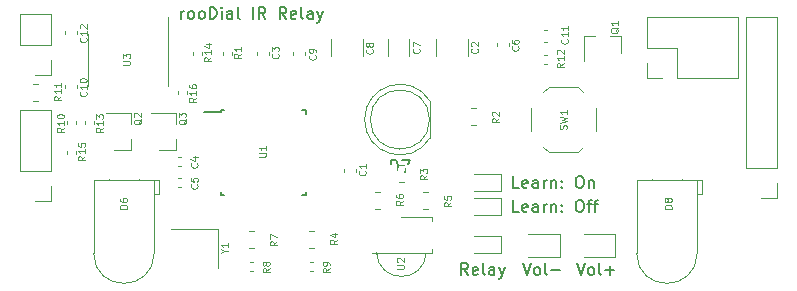
<source format=gto>
G04 #@! TF.GenerationSoftware,KiCad,Pcbnew,(5.1.10-1-10_14)*
G04 #@! TF.CreationDate,2021-10-18T21:07:58+02:00*
G04 #@! TF.ProjectId,roodialino,726f6f64-6961-46c6-996e-6f2e6b696361,1.0*
G04 #@! TF.SameCoordinates,Original*
G04 #@! TF.FileFunction,Legend,Top*
G04 #@! TF.FilePolarity,Positive*
%FSLAX46Y46*%
G04 Gerber Fmt 4.6, Leading zero omitted, Abs format (unit mm)*
G04 Created by KiCad (PCBNEW (5.1.10-1-10_14)) date 2021-10-18 21:07:58*
%MOMM*%
%LPD*%
G01*
G04 APERTURE LIST*
%ADD10C,0.150000*%
%ADD11C,0.120000*%
%ADD12C,0.100000*%
%ADD13C,1.902000*%
%ADD14C,2.802000*%
%ADD15O,1.802000X1.802000*%
G04 APERTURE END LIST*
D10*
X131842619Y-98496380D02*
X131842619Y-97829714D01*
X131842619Y-98020190D02*
X131890238Y-97924952D01*
X131937857Y-97877333D01*
X132033095Y-97829714D01*
X132128333Y-97829714D01*
X132604523Y-98496380D02*
X132509285Y-98448761D01*
X132461666Y-98401142D01*
X132414047Y-98305904D01*
X132414047Y-98020190D01*
X132461666Y-97924952D01*
X132509285Y-97877333D01*
X132604523Y-97829714D01*
X132747380Y-97829714D01*
X132842619Y-97877333D01*
X132890238Y-97924952D01*
X132937857Y-98020190D01*
X132937857Y-98305904D01*
X132890238Y-98401142D01*
X132842619Y-98448761D01*
X132747380Y-98496380D01*
X132604523Y-98496380D01*
X133509285Y-98496380D02*
X133414047Y-98448761D01*
X133366428Y-98401142D01*
X133318809Y-98305904D01*
X133318809Y-98020190D01*
X133366428Y-97924952D01*
X133414047Y-97877333D01*
X133509285Y-97829714D01*
X133652142Y-97829714D01*
X133747380Y-97877333D01*
X133795000Y-97924952D01*
X133842619Y-98020190D01*
X133842619Y-98305904D01*
X133795000Y-98401142D01*
X133747380Y-98448761D01*
X133652142Y-98496380D01*
X133509285Y-98496380D01*
X134271190Y-98496380D02*
X134271190Y-97496380D01*
X134509285Y-97496380D01*
X134652142Y-97544000D01*
X134747380Y-97639238D01*
X134795000Y-97734476D01*
X134842619Y-97924952D01*
X134842619Y-98067809D01*
X134795000Y-98258285D01*
X134747380Y-98353523D01*
X134652142Y-98448761D01*
X134509285Y-98496380D01*
X134271190Y-98496380D01*
X135271190Y-98496380D02*
X135271190Y-97829714D01*
X135271190Y-97496380D02*
X135223571Y-97544000D01*
X135271190Y-97591619D01*
X135318809Y-97544000D01*
X135271190Y-97496380D01*
X135271190Y-97591619D01*
X136175952Y-98496380D02*
X136175952Y-97972571D01*
X136128333Y-97877333D01*
X136033095Y-97829714D01*
X135842619Y-97829714D01*
X135747380Y-97877333D01*
X136175952Y-98448761D02*
X136080714Y-98496380D01*
X135842619Y-98496380D01*
X135747380Y-98448761D01*
X135699761Y-98353523D01*
X135699761Y-98258285D01*
X135747380Y-98163047D01*
X135842619Y-98115428D01*
X136080714Y-98115428D01*
X136175952Y-98067809D01*
X136795000Y-98496380D02*
X136699761Y-98448761D01*
X136652142Y-98353523D01*
X136652142Y-97496380D01*
X137937857Y-98496380D02*
X137937857Y-97496380D01*
X138985476Y-98496380D02*
X138652142Y-98020190D01*
X138414047Y-98496380D02*
X138414047Y-97496380D01*
X138795000Y-97496380D01*
X138890238Y-97544000D01*
X138937857Y-97591619D01*
X138985476Y-97686857D01*
X138985476Y-97829714D01*
X138937857Y-97924952D01*
X138890238Y-97972571D01*
X138795000Y-98020190D01*
X138414047Y-98020190D01*
X140747380Y-98496380D02*
X140414047Y-98020190D01*
X140175952Y-98496380D02*
X140175952Y-97496380D01*
X140556904Y-97496380D01*
X140652142Y-97544000D01*
X140699761Y-97591619D01*
X140747380Y-97686857D01*
X140747380Y-97829714D01*
X140699761Y-97924952D01*
X140652142Y-97972571D01*
X140556904Y-98020190D01*
X140175952Y-98020190D01*
X141556904Y-98448761D02*
X141461666Y-98496380D01*
X141271190Y-98496380D01*
X141175952Y-98448761D01*
X141128333Y-98353523D01*
X141128333Y-97972571D01*
X141175952Y-97877333D01*
X141271190Y-97829714D01*
X141461666Y-97829714D01*
X141556904Y-97877333D01*
X141604523Y-97972571D01*
X141604523Y-98067809D01*
X141128333Y-98163047D01*
X142175952Y-98496380D02*
X142080714Y-98448761D01*
X142033095Y-98353523D01*
X142033095Y-97496380D01*
X142985476Y-98496380D02*
X142985476Y-97972571D01*
X142937857Y-97877333D01*
X142842619Y-97829714D01*
X142652142Y-97829714D01*
X142556904Y-97877333D01*
X142985476Y-98448761D02*
X142890238Y-98496380D01*
X142652142Y-98496380D01*
X142556904Y-98448761D01*
X142509285Y-98353523D01*
X142509285Y-98258285D01*
X142556904Y-98163047D01*
X142652142Y-98115428D01*
X142890238Y-98115428D01*
X142985476Y-98067809D01*
X143366428Y-97829714D02*
X143604523Y-98496380D01*
X143842619Y-97829714D02*
X143604523Y-98496380D01*
X143509285Y-98734476D01*
X143461666Y-98782095D01*
X143366428Y-98829714D01*
X156139714Y-120166380D02*
X155806380Y-119690190D01*
X155568285Y-120166380D02*
X155568285Y-119166380D01*
X155949238Y-119166380D01*
X156044476Y-119214000D01*
X156092095Y-119261619D01*
X156139714Y-119356857D01*
X156139714Y-119499714D01*
X156092095Y-119594952D01*
X156044476Y-119642571D01*
X155949238Y-119690190D01*
X155568285Y-119690190D01*
X156949238Y-120118761D02*
X156854000Y-120166380D01*
X156663523Y-120166380D01*
X156568285Y-120118761D01*
X156520666Y-120023523D01*
X156520666Y-119642571D01*
X156568285Y-119547333D01*
X156663523Y-119499714D01*
X156854000Y-119499714D01*
X156949238Y-119547333D01*
X156996857Y-119642571D01*
X156996857Y-119737809D01*
X156520666Y-119833047D01*
X157568285Y-120166380D02*
X157473047Y-120118761D01*
X157425428Y-120023523D01*
X157425428Y-119166380D01*
X158377809Y-120166380D02*
X158377809Y-119642571D01*
X158330190Y-119547333D01*
X158234952Y-119499714D01*
X158044476Y-119499714D01*
X157949238Y-119547333D01*
X158377809Y-120118761D02*
X158282571Y-120166380D01*
X158044476Y-120166380D01*
X157949238Y-120118761D01*
X157901619Y-120023523D01*
X157901619Y-119928285D01*
X157949238Y-119833047D01*
X158044476Y-119785428D01*
X158282571Y-119785428D01*
X158377809Y-119737809D01*
X158758761Y-119499714D02*
X158996857Y-120166380D01*
X159234952Y-119499714D02*
X158996857Y-120166380D01*
X158901619Y-120404476D01*
X158854000Y-120452095D01*
X158758761Y-120499714D01*
X160767333Y-119166380D02*
X161100666Y-120166380D01*
X161434000Y-119166380D01*
X161910190Y-120166380D02*
X161814952Y-120118761D01*
X161767333Y-120071142D01*
X161719714Y-119975904D01*
X161719714Y-119690190D01*
X161767333Y-119594952D01*
X161814952Y-119547333D01*
X161910190Y-119499714D01*
X162053047Y-119499714D01*
X162148285Y-119547333D01*
X162195904Y-119594952D01*
X162243523Y-119690190D01*
X162243523Y-119975904D01*
X162195904Y-120071142D01*
X162148285Y-120118761D01*
X162053047Y-120166380D01*
X161910190Y-120166380D01*
X162814952Y-120166380D02*
X162719714Y-120118761D01*
X162672095Y-120023523D01*
X162672095Y-119166380D01*
X163195904Y-119785428D02*
X163957809Y-119785428D01*
X165339333Y-119166380D02*
X165672666Y-120166380D01*
X166006000Y-119166380D01*
X166482190Y-120166380D02*
X166386952Y-120118761D01*
X166339333Y-120071142D01*
X166291714Y-119975904D01*
X166291714Y-119690190D01*
X166339333Y-119594952D01*
X166386952Y-119547333D01*
X166482190Y-119499714D01*
X166625047Y-119499714D01*
X166720285Y-119547333D01*
X166767904Y-119594952D01*
X166815523Y-119690190D01*
X166815523Y-119975904D01*
X166767904Y-120071142D01*
X166720285Y-120118761D01*
X166625047Y-120166380D01*
X166482190Y-120166380D01*
X167386952Y-120166380D02*
X167291714Y-120118761D01*
X167244095Y-120023523D01*
X167244095Y-119166380D01*
X167767904Y-119785428D02*
X168529809Y-119785428D01*
X168148857Y-120166380D02*
X168148857Y-119404476D01*
X160451785Y-112800380D02*
X159975595Y-112800380D01*
X159975595Y-111800380D01*
X161166071Y-112752761D02*
X161070833Y-112800380D01*
X160880357Y-112800380D01*
X160785119Y-112752761D01*
X160737500Y-112657523D01*
X160737500Y-112276571D01*
X160785119Y-112181333D01*
X160880357Y-112133714D01*
X161070833Y-112133714D01*
X161166071Y-112181333D01*
X161213690Y-112276571D01*
X161213690Y-112371809D01*
X160737500Y-112467047D01*
X162070833Y-112800380D02*
X162070833Y-112276571D01*
X162023214Y-112181333D01*
X161927976Y-112133714D01*
X161737500Y-112133714D01*
X161642261Y-112181333D01*
X162070833Y-112752761D02*
X161975595Y-112800380D01*
X161737500Y-112800380D01*
X161642261Y-112752761D01*
X161594642Y-112657523D01*
X161594642Y-112562285D01*
X161642261Y-112467047D01*
X161737500Y-112419428D01*
X161975595Y-112419428D01*
X162070833Y-112371809D01*
X162547023Y-112800380D02*
X162547023Y-112133714D01*
X162547023Y-112324190D02*
X162594642Y-112228952D01*
X162642261Y-112181333D01*
X162737500Y-112133714D01*
X162832738Y-112133714D01*
X163166071Y-112133714D02*
X163166071Y-112800380D01*
X163166071Y-112228952D02*
X163213690Y-112181333D01*
X163308928Y-112133714D01*
X163451785Y-112133714D01*
X163547023Y-112181333D01*
X163594642Y-112276571D01*
X163594642Y-112800380D01*
X164070833Y-112705142D02*
X164118452Y-112752761D01*
X164070833Y-112800380D01*
X164023214Y-112752761D01*
X164070833Y-112705142D01*
X164070833Y-112800380D01*
X164070833Y-112181333D02*
X164118452Y-112228952D01*
X164070833Y-112276571D01*
X164023214Y-112228952D01*
X164070833Y-112181333D01*
X164070833Y-112276571D01*
X165499404Y-111800380D02*
X165689880Y-111800380D01*
X165785119Y-111848000D01*
X165880357Y-111943238D01*
X165927976Y-112133714D01*
X165927976Y-112467047D01*
X165880357Y-112657523D01*
X165785119Y-112752761D01*
X165689880Y-112800380D01*
X165499404Y-112800380D01*
X165404166Y-112752761D01*
X165308928Y-112657523D01*
X165261309Y-112467047D01*
X165261309Y-112133714D01*
X165308928Y-111943238D01*
X165404166Y-111848000D01*
X165499404Y-111800380D01*
X166356547Y-112133714D02*
X166356547Y-112800380D01*
X166356547Y-112228952D02*
X166404166Y-112181333D01*
X166499404Y-112133714D01*
X166642261Y-112133714D01*
X166737500Y-112181333D01*
X166785119Y-112276571D01*
X166785119Y-112800380D01*
X160451785Y-114832380D02*
X159975595Y-114832380D01*
X159975595Y-113832380D01*
X161166071Y-114784761D02*
X161070833Y-114832380D01*
X160880357Y-114832380D01*
X160785119Y-114784761D01*
X160737500Y-114689523D01*
X160737500Y-114308571D01*
X160785119Y-114213333D01*
X160880357Y-114165714D01*
X161070833Y-114165714D01*
X161166071Y-114213333D01*
X161213690Y-114308571D01*
X161213690Y-114403809D01*
X160737500Y-114499047D01*
X162070833Y-114832380D02*
X162070833Y-114308571D01*
X162023214Y-114213333D01*
X161927976Y-114165714D01*
X161737500Y-114165714D01*
X161642261Y-114213333D01*
X162070833Y-114784761D02*
X161975595Y-114832380D01*
X161737500Y-114832380D01*
X161642261Y-114784761D01*
X161594642Y-114689523D01*
X161594642Y-114594285D01*
X161642261Y-114499047D01*
X161737500Y-114451428D01*
X161975595Y-114451428D01*
X162070833Y-114403809D01*
X162547023Y-114832380D02*
X162547023Y-114165714D01*
X162547023Y-114356190D02*
X162594642Y-114260952D01*
X162642261Y-114213333D01*
X162737500Y-114165714D01*
X162832738Y-114165714D01*
X163166071Y-114165714D02*
X163166071Y-114832380D01*
X163166071Y-114260952D02*
X163213690Y-114213333D01*
X163308928Y-114165714D01*
X163451785Y-114165714D01*
X163547023Y-114213333D01*
X163594642Y-114308571D01*
X163594642Y-114832380D01*
X164070833Y-114737142D02*
X164118452Y-114784761D01*
X164070833Y-114832380D01*
X164023214Y-114784761D01*
X164070833Y-114737142D01*
X164070833Y-114832380D01*
X164070833Y-114213333D02*
X164118452Y-114260952D01*
X164070833Y-114308571D01*
X164023214Y-114260952D01*
X164070833Y-114213333D01*
X164070833Y-114308571D01*
X165499404Y-113832380D02*
X165689880Y-113832380D01*
X165785119Y-113880000D01*
X165880357Y-113975238D01*
X165927976Y-114165714D01*
X165927976Y-114499047D01*
X165880357Y-114689523D01*
X165785119Y-114784761D01*
X165689880Y-114832380D01*
X165499404Y-114832380D01*
X165404166Y-114784761D01*
X165308928Y-114689523D01*
X165261309Y-114499047D01*
X165261309Y-114165714D01*
X165308928Y-113975238D01*
X165404166Y-113880000D01*
X165499404Y-113832380D01*
X166213690Y-114165714D02*
X166594642Y-114165714D01*
X166356547Y-114832380D02*
X166356547Y-113975238D01*
X166404166Y-113880000D01*
X166499404Y-113832380D01*
X166594642Y-113832380D01*
X166785119Y-114165714D02*
X167166071Y-114165714D01*
X166927976Y-114832380D02*
X166927976Y-113975238D01*
X166975595Y-113880000D01*
X167070833Y-113832380D01*
X167166071Y-113832380D01*
D11*
X152869000Y-107014000D02*
G75*
G03*
X152869000Y-107014000I-2500000J0D01*
G01*
X152929000Y-108559000D02*
X152929000Y-105469000D01*
X147379000Y-107014462D02*
G75*
G02*
X152929000Y-105469170I2990000J462D01*
G01*
X147379000Y-107013538D02*
G75*
G03*
X152929000Y-108558830I2990000J-462D01*
G01*
X146688000Y-111472580D02*
X146688000Y-111191420D01*
X145668000Y-111472580D02*
X145668000Y-111191420D01*
X156174000Y-101629252D02*
X156174000Y-100206748D01*
X153454000Y-101629252D02*
X153454000Y-100206748D01*
X138302000Y-101285420D02*
X138302000Y-101566580D01*
X139322000Y-101285420D02*
X139322000Y-101566580D01*
X131592164Y-110210000D02*
X131807836Y-110210000D01*
X131592164Y-110930000D02*
X131807836Y-110930000D01*
X131592164Y-112708000D02*
X131807836Y-112708000D01*
X131592164Y-111988000D02*
X131807836Y-111988000D01*
X159642000Y-100523420D02*
X159642000Y-100804580D01*
X158622000Y-100523420D02*
X158622000Y-100804580D01*
X144564000Y-101629252D02*
X144564000Y-100206748D01*
X147284000Y-101629252D02*
X147284000Y-100206748D01*
X142370000Y-101285420D02*
X142370000Y-101566580D01*
X141350000Y-101285420D02*
X141350000Y-101566580D01*
X122046000Y-104079420D02*
X122046000Y-104360580D01*
X123066000Y-104079420D02*
X123066000Y-104360580D01*
X162547420Y-100412000D02*
X162828580Y-100412000D01*
X162547420Y-99392000D02*
X162828580Y-99392000D01*
X123066000Y-99507420D02*
X123066000Y-99788580D01*
X122046000Y-99507420D02*
X122046000Y-99788580D01*
X151152000Y-101629252D02*
X151152000Y-100206748D01*
X149332000Y-101629252D02*
X149332000Y-100206748D01*
X158966000Y-111613000D02*
X156681000Y-111613000D01*
X158966000Y-113083000D02*
X158966000Y-111613000D01*
X156681000Y-113083000D02*
X158966000Y-113083000D01*
X156681000Y-115115000D02*
X158966000Y-115115000D01*
X158966000Y-115115000D02*
X158966000Y-113645000D01*
X158966000Y-113645000D02*
X156681000Y-113645000D01*
X158966000Y-116845400D02*
X156681000Y-116845400D01*
X158966000Y-118315400D02*
X158966000Y-116845400D01*
X156681000Y-118315400D02*
X158966000Y-118315400D01*
X161230800Y-118642000D02*
X163915800Y-118642000D01*
X163915800Y-118642000D02*
X163915800Y-116722000D01*
X163915800Y-116722000D02*
X161230800Y-116722000D01*
X168617100Y-116722000D02*
X165932100Y-116722000D01*
X168617100Y-118642000D02*
X168617100Y-116722000D01*
X165932100Y-118642000D02*
X168617100Y-118642000D01*
X128271000Y-112031000D02*
X128271000Y-112031000D01*
X128271000Y-112161000D02*
X128271000Y-112031000D01*
X128271000Y-112161000D02*
X128271000Y-112161000D01*
X128271000Y-112031000D02*
X128271000Y-112161000D01*
X125731000Y-112031000D02*
X125731000Y-112031000D01*
X125731000Y-112161000D02*
X125731000Y-112031000D01*
X125731000Y-112161000D02*
X125731000Y-112161000D01*
X125731000Y-112031000D02*
X125731000Y-112161000D01*
X129561000Y-112161000D02*
X129961000Y-112161000D01*
X129561000Y-113281000D02*
X129561000Y-112161000D01*
X129961000Y-113281000D02*
X129561000Y-113281000D01*
X129961000Y-112161000D02*
X129961000Y-113281000D01*
X124441000Y-112161000D02*
X129561000Y-112161000D01*
X129561000Y-112161000D02*
X129561000Y-118321000D01*
X124441000Y-112161000D02*
X124441000Y-118321000D01*
X129561000Y-118321000D02*
G75*
G02*
X124441000Y-118321000I-2560000J0D01*
G01*
X170415000Y-112161000D02*
X170415000Y-118321000D01*
X175535000Y-112161000D02*
X175535000Y-118321000D01*
X170415000Y-112161000D02*
X175535000Y-112161000D01*
X175935000Y-112161000D02*
X175935000Y-113281000D01*
X175935000Y-113281000D02*
X175535000Y-113281000D01*
X175535000Y-113281000D02*
X175535000Y-112161000D01*
X175535000Y-112161000D02*
X175935000Y-112161000D01*
X171705000Y-112031000D02*
X171705000Y-112161000D01*
X171705000Y-112161000D02*
X171705000Y-112161000D01*
X171705000Y-112161000D02*
X171705000Y-112031000D01*
X171705000Y-112031000D02*
X171705000Y-112031000D01*
X174245000Y-112031000D02*
X174245000Y-112161000D01*
X174245000Y-112161000D02*
X174245000Y-112161000D01*
X174245000Y-112161000D02*
X174245000Y-112031000D01*
X174245000Y-112031000D02*
X174245000Y-112031000D01*
X175535000Y-118321000D02*
G75*
G02*
X170415000Y-118321000I-2560000J0D01*
G01*
X171264000Y-103518000D02*
X171264000Y-102188000D01*
X172594000Y-103518000D02*
X171264000Y-103518000D01*
X171264000Y-100918000D02*
X171264000Y-98318000D01*
X173864000Y-100918000D02*
X171264000Y-100918000D01*
X173864000Y-103518000D02*
X173864000Y-100918000D01*
X171264000Y-98318000D02*
X179004000Y-98318000D01*
X173864000Y-103518000D02*
X179004000Y-103518000D01*
X179004000Y-103518000D02*
X179004000Y-98318000D01*
X120838000Y-113932000D02*
X119508000Y-113932000D01*
X120838000Y-112602000D02*
X120838000Y-113932000D01*
X120838000Y-111332000D02*
X118178000Y-111332000D01*
X118178000Y-111332000D02*
X118178000Y-106192000D01*
X120838000Y-111332000D02*
X120838000Y-106192000D01*
X120838000Y-106192000D02*
X118178000Y-106192000D01*
X120838000Y-103264000D02*
X119508000Y-103264000D01*
X120838000Y-101934000D02*
X120838000Y-103264000D01*
X120838000Y-100664000D02*
X118178000Y-100664000D01*
X118178000Y-100664000D02*
X118178000Y-98064000D01*
X120838000Y-100664000D02*
X120838000Y-98064000D01*
X120838000Y-98064000D02*
X118178000Y-98064000D01*
X169094000Y-99904000D02*
X168164000Y-99904000D01*
X165934000Y-99904000D02*
X166864000Y-99904000D01*
X165934000Y-99904000D02*
X165934000Y-102064000D01*
X169094000Y-99904000D02*
X169094000Y-101364000D01*
X127634000Y-109610000D02*
X126174000Y-109610000D01*
X127634000Y-106450000D02*
X125474000Y-106450000D01*
X127634000Y-106450000D02*
X127634000Y-107380000D01*
X127634000Y-109610000D02*
X127634000Y-108680000D01*
X131444000Y-109610000D02*
X129984000Y-109610000D01*
X131444000Y-106450000D02*
X129284000Y-106450000D01*
X131444000Y-106450000D02*
X131444000Y-107380000D01*
X131444000Y-109610000D02*
X131444000Y-108680000D01*
X150723064Y-110851000D02*
X150268936Y-110851000D01*
X150723064Y-112321000D02*
X150268936Y-112321000D01*
X143103064Y-117909000D02*
X142648936Y-117909000D01*
X143103064Y-116439000D02*
X142648936Y-116439000D01*
X152755064Y-113137000D02*
X152300936Y-113137000D01*
X152755064Y-114607000D02*
X152300936Y-114607000D01*
X138023064Y-116439000D02*
X137568936Y-116439000D01*
X138023064Y-117909000D02*
X137568936Y-117909000D01*
X137949641Y-119840000D02*
X137642359Y-119840000D01*
X137949641Y-119080000D02*
X137642359Y-119080000D01*
X148691064Y-114607000D02*
X148236936Y-114607000D01*
X148691064Y-113137000D02*
X148236936Y-113137000D01*
X142722359Y-119840000D02*
X143029641Y-119840000D01*
X142722359Y-119080000D02*
X143029641Y-119080000D01*
X122936000Y-107114359D02*
X122936000Y-107421641D01*
X122176000Y-107114359D02*
X122176000Y-107421641D01*
X119735064Y-103993000D02*
X119280936Y-103993000D01*
X119735064Y-105463000D02*
X119280936Y-105463000D01*
X162534359Y-102314000D02*
X162841641Y-102314000D01*
X162534359Y-101554000D02*
X162841641Y-101554000D01*
X122176000Y-109961641D02*
X122176000Y-109654359D01*
X122936000Y-109961641D02*
X122936000Y-109654359D01*
X133604000Y-101579641D02*
X133604000Y-101272359D01*
X132844000Y-101579641D02*
X132844000Y-101272359D01*
X123700000Y-107114359D02*
X123700000Y-107421641D01*
X124460000Y-107114359D02*
X124460000Y-107421641D01*
X131574000Y-104881641D02*
X131574000Y-104574359D01*
X132334000Y-104881641D02*
X132334000Y-104574359D01*
X165462000Y-109764000D02*
X162962000Y-109764000D01*
X166962000Y-108014000D02*
X166962000Y-106014000D01*
X165462000Y-104264000D02*
X162962000Y-104264000D01*
X161462000Y-108014000D02*
X161462000Y-106014000D01*
X165912000Y-109314000D02*
X165462000Y-109764000D01*
X162512000Y-109314000D02*
X162962000Y-109764000D01*
X162512000Y-104714000D02*
X162962000Y-104264000D01*
X165912000Y-104714000D02*
X165462000Y-104264000D01*
D10*
X135187000Y-106408000D02*
X133762000Y-106408000D01*
X142437000Y-106183000D02*
X142112000Y-106183000D01*
X142437000Y-113433000D02*
X142112000Y-113433000D01*
X135187000Y-113433000D02*
X135512000Y-113433000D01*
X135187000Y-106183000D02*
X135512000Y-106183000D01*
X135187000Y-113433000D02*
X135187000Y-113108000D01*
X142437000Y-113433000D02*
X142437000Y-113108000D01*
X142437000Y-106183000D02*
X142437000Y-106508000D01*
X135187000Y-106183000D02*
X135187000Y-106408000D01*
D11*
X153096000Y-118293000D02*
X148006000Y-118293000D01*
X153096000Y-117953000D02*
X153096000Y-118293000D01*
X153096000Y-115283000D02*
X150496000Y-115283000D01*
X153096000Y-115633000D02*
X153096000Y-115283000D01*
X148396083Y-118294736D02*
G75*
G03*
X152596000Y-118293000I2099917J101736D01*
G01*
X130767000Y-101934000D02*
X130767000Y-98334000D01*
X130767000Y-101934000D02*
X130767000Y-104134000D01*
X123997000Y-101934000D02*
X123997000Y-99734000D01*
X123997000Y-101934000D02*
X123997000Y-104134000D01*
X134970000Y-116286000D02*
X130970000Y-116286000D01*
X134970000Y-119586000D02*
X134970000Y-116286000D01*
X182306000Y-113678000D02*
X180976000Y-113678000D01*
X182306000Y-112348000D02*
X182306000Y-113678000D01*
X182306000Y-111078000D02*
X179646000Y-111078000D01*
X179646000Y-111078000D02*
X179646000Y-98318000D01*
X182306000Y-111078000D02*
X182306000Y-98318000D01*
X182306000Y-98318000D02*
X179646000Y-98318000D01*
X136144000Y-101579641D02*
X136144000Y-101272359D01*
X135384000Y-101579641D02*
X135384000Y-101272359D01*
X156819064Y-106025000D02*
X156364936Y-106025000D01*
X156819064Y-107495000D02*
X156364936Y-107495000D01*
D10*
X149630904Y-111426380D02*
X149630904Y-110426380D01*
X149869000Y-110426380D01*
X150011857Y-110474000D01*
X150107095Y-110569238D01*
X150154714Y-110664476D01*
X150202333Y-110854952D01*
X150202333Y-110997809D01*
X150154714Y-111188285D01*
X150107095Y-111283523D01*
X150011857Y-111378761D01*
X149869000Y-111426380D01*
X149630904Y-111426380D01*
X150535666Y-110426380D02*
X151202333Y-110426380D01*
X150773761Y-111426380D01*
D12*
X147407285Y-111352000D02*
X147435857Y-111380571D01*
X147464428Y-111466285D01*
X147464428Y-111523428D01*
X147435857Y-111609142D01*
X147378714Y-111666285D01*
X147321571Y-111694857D01*
X147207285Y-111723428D01*
X147121571Y-111723428D01*
X147007285Y-111694857D01*
X146950142Y-111666285D01*
X146893000Y-111609142D01*
X146864428Y-111523428D01*
X146864428Y-111466285D01*
X146893000Y-111380571D01*
X146921571Y-111352000D01*
X147464428Y-110780571D02*
X147464428Y-111123428D01*
X147464428Y-110952000D02*
X146864428Y-110952000D01*
X146950142Y-111009142D01*
X147007285Y-111066285D01*
X147035857Y-111123428D01*
X156932285Y-101018000D02*
X156960857Y-101046571D01*
X156989428Y-101132285D01*
X156989428Y-101189428D01*
X156960857Y-101275142D01*
X156903714Y-101332285D01*
X156846571Y-101360857D01*
X156732285Y-101389428D01*
X156646571Y-101389428D01*
X156532285Y-101360857D01*
X156475142Y-101332285D01*
X156418000Y-101275142D01*
X156389428Y-101189428D01*
X156389428Y-101132285D01*
X156418000Y-101046571D01*
X156446571Y-101018000D01*
X156446571Y-100789428D02*
X156418000Y-100760857D01*
X156389428Y-100703714D01*
X156389428Y-100560857D01*
X156418000Y-100503714D01*
X156446571Y-100475142D01*
X156503714Y-100446571D01*
X156560857Y-100446571D01*
X156646571Y-100475142D01*
X156989428Y-100818000D01*
X156989428Y-100446571D01*
X140041285Y-101446000D02*
X140069857Y-101474571D01*
X140098428Y-101560285D01*
X140098428Y-101617428D01*
X140069857Y-101703142D01*
X140012714Y-101760285D01*
X139955571Y-101788857D01*
X139841285Y-101817428D01*
X139755571Y-101817428D01*
X139641285Y-101788857D01*
X139584142Y-101760285D01*
X139527000Y-101703142D01*
X139498428Y-101617428D01*
X139498428Y-101560285D01*
X139527000Y-101474571D01*
X139555571Y-101446000D01*
X139498428Y-101246000D02*
X139498428Y-100874571D01*
X139727000Y-101074571D01*
X139727000Y-100988857D01*
X139755571Y-100931714D01*
X139784142Y-100903142D01*
X139841285Y-100874571D01*
X139984142Y-100874571D01*
X140041285Y-100903142D01*
X140069857Y-100931714D01*
X140098428Y-100988857D01*
X140098428Y-101160285D01*
X140069857Y-101217428D01*
X140041285Y-101246000D01*
X133183285Y-110717000D02*
X133211857Y-110745571D01*
X133240428Y-110831285D01*
X133240428Y-110888428D01*
X133211857Y-110974142D01*
X133154714Y-111031285D01*
X133097571Y-111059857D01*
X132983285Y-111088428D01*
X132897571Y-111088428D01*
X132783285Y-111059857D01*
X132726142Y-111031285D01*
X132669000Y-110974142D01*
X132640428Y-110888428D01*
X132640428Y-110831285D01*
X132669000Y-110745571D01*
X132697571Y-110717000D01*
X132840428Y-110202714D02*
X133240428Y-110202714D01*
X132611857Y-110345571D02*
X133040428Y-110488428D01*
X133040428Y-110117000D01*
X133183285Y-112495000D02*
X133211857Y-112523571D01*
X133240428Y-112609285D01*
X133240428Y-112666428D01*
X133211857Y-112752142D01*
X133154714Y-112809285D01*
X133097571Y-112837857D01*
X132983285Y-112866428D01*
X132897571Y-112866428D01*
X132783285Y-112837857D01*
X132726142Y-112809285D01*
X132669000Y-112752142D01*
X132640428Y-112666428D01*
X132640428Y-112609285D01*
X132669000Y-112523571D01*
X132697571Y-112495000D01*
X132640428Y-111952142D02*
X132640428Y-112237857D01*
X132926142Y-112266428D01*
X132897571Y-112237857D01*
X132869000Y-112180714D01*
X132869000Y-112037857D01*
X132897571Y-111980714D01*
X132926142Y-111952142D01*
X132983285Y-111923571D01*
X133126142Y-111923571D01*
X133183285Y-111952142D01*
X133211857Y-111980714D01*
X133240428Y-112037857D01*
X133240428Y-112180714D01*
X133211857Y-112237857D01*
X133183285Y-112266428D01*
X160361285Y-100811000D02*
X160389857Y-100839571D01*
X160418428Y-100925285D01*
X160418428Y-100982428D01*
X160389857Y-101068142D01*
X160332714Y-101125285D01*
X160275571Y-101153857D01*
X160161285Y-101182428D01*
X160075571Y-101182428D01*
X159961285Y-101153857D01*
X159904142Y-101125285D01*
X159847000Y-101068142D01*
X159818428Y-100982428D01*
X159818428Y-100925285D01*
X159847000Y-100839571D01*
X159875571Y-100811000D01*
X159818428Y-100296714D02*
X159818428Y-100411000D01*
X159847000Y-100468142D01*
X159875571Y-100496714D01*
X159961285Y-100553857D01*
X160075571Y-100582428D01*
X160304142Y-100582428D01*
X160361285Y-100553857D01*
X160389857Y-100525285D01*
X160418428Y-100468142D01*
X160418428Y-100353857D01*
X160389857Y-100296714D01*
X160361285Y-100268142D01*
X160304142Y-100239571D01*
X160161285Y-100239571D01*
X160104142Y-100268142D01*
X160075571Y-100296714D01*
X160047000Y-100353857D01*
X160047000Y-100468142D01*
X160075571Y-100525285D01*
X160104142Y-100553857D01*
X160161285Y-100582428D01*
X148042285Y-101065000D02*
X148070857Y-101093571D01*
X148099428Y-101179285D01*
X148099428Y-101236428D01*
X148070857Y-101322142D01*
X148013714Y-101379285D01*
X147956571Y-101407857D01*
X147842285Y-101436428D01*
X147756571Y-101436428D01*
X147642285Y-101407857D01*
X147585142Y-101379285D01*
X147528000Y-101322142D01*
X147499428Y-101236428D01*
X147499428Y-101179285D01*
X147528000Y-101093571D01*
X147556571Y-101065000D01*
X147756571Y-100722142D02*
X147728000Y-100779285D01*
X147699428Y-100807857D01*
X147642285Y-100836428D01*
X147613714Y-100836428D01*
X147556571Y-100807857D01*
X147528000Y-100779285D01*
X147499428Y-100722142D01*
X147499428Y-100607857D01*
X147528000Y-100550714D01*
X147556571Y-100522142D01*
X147613714Y-100493571D01*
X147642285Y-100493571D01*
X147699428Y-100522142D01*
X147728000Y-100550714D01*
X147756571Y-100607857D01*
X147756571Y-100722142D01*
X147785142Y-100779285D01*
X147813714Y-100807857D01*
X147870857Y-100836428D01*
X147985142Y-100836428D01*
X148042285Y-100807857D01*
X148070857Y-100779285D01*
X148099428Y-100722142D01*
X148099428Y-100607857D01*
X148070857Y-100550714D01*
X148042285Y-100522142D01*
X147985142Y-100493571D01*
X147870857Y-100493571D01*
X147813714Y-100522142D01*
X147785142Y-100550714D01*
X147756571Y-100607857D01*
X143216285Y-101573000D02*
X143244857Y-101601571D01*
X143273428Y-101687285D01*
X143273428Y-101744428D01*
X143244857Y-101830142D01*
X143187714Y-101887285D01*
X143130571Y-101915857D01*
X143016285Y-101944428D01*
X142930571Y-101944428D01*
X142816285Y-101915857D01*
X142759142Y-101887285D01*
X142702000Y-101830142D01*
X142673428Y-101744428D01*
X142673428Y-101687285D01*
X142702000Y-101601571D01*
X142730571Y-101573000D01*
X143273428Y-101287285D02*
X143273428Y-101173000D01*
X143244857Y-101115857D01*
X143216285Y-101087285D01*
X143130571Y-101030142D01*
X143016285Y-101001571D01*
X142787714Y-101001571D01*
X142730571Y-101030142D01*
X142702000Y-101058714D01*
X142673428Y-101115857D01*
X142673428Y-101230142D01*
X142702000Y-101287285D01*
X142730571Y-101315857D01*
X142787714Y-101344428D01*
X142930571Y-101344428D01*
X142987714Y-101315857D01*
X143016285Y-101287285D01*
X143044857Y-101230142D01*
X143044857Y-101115857D01*
X143016285Y-101058714D01*
X142987714Y-101030142D01*
X142930571Y-101001571D01*
X123785285Y-104652714D02*
X123813857Y-104681285D01*
X123842428Y-104767000D01*
X123842428Y-104824142D01*
X123813857Y-104909857D01*
X123756714Y-104967000D01*
X123699571Y-104995571D01*
X123585285Y-105024142D01*
X123499571Y-105024142D01*
X123385285Y-104995571D01*
X123328142Y-104967000D01*
X123271000Y-104909857D01*
X123242428Y-104824142D01*
X123242428Y-104767000D01*
X123271000Y-104681285D01*
X123299571Y-104652714D01*
X123842428Y-104081285D02*
X123842428Y-104424142D01*
X123842428Y-104252714D02*
X123242428Y-104252714D01*
X123328142Y-104309857D01*
X123385285Y-104367000D01*
X123413857Y-104424142D01*
X123242428Y-103709857D02*
X123242428Y-103652714D01*
X123271000Y-103595571D01*
X123299571Y-103567000D01*
X123356714Y-103538428D01*
X123471000Y-103509857D01*
X123613857Y-103509857D01*
X123728142Y-103538428D01*
X123785285Y-103567000D01*
X123813857Y-103595571D01*
X123842428Y-103652714D01*
X123842428Y-103709857D01*
X123813857Y-103767000D01*
X123785285Y-103795571D01*
X123728142Y-103824142D01*
X123613857Y-103852714D01*
X123471000Y-103852714D01*
X123356714Y-103824142D01*
X123299571Y-103795571D01*
X123271000Y-103767000D01*
X123242428Y-103709857D01*
X164552285Y-100207714D02*
X164580857Y-100236285D01*
X164609428Y-100322000D01*
X164609428Y-100379142D01*
X164580857Y-100464857D01*
X164523714Y-100522000D01*
X164466571Y-100550571D01*
X164352285Y-100579142D01*
X164266571Y-100579142D01*
X164152285Y-100550571D01*
X164095142Y-100522000D01*
X164038000Y-100464857D01*
X164009428Y-100379142D01*
X164009428Y-100322000D01*
X164038000Y-100236285D01*
X164066571Y-100207714D01*
X164609428Y-99636285D02*
X164609428Y-99979142D01*
X164609428Y-99807714D02*
X164009428Y-99807714D01*
X164095142Y-99864857D01*
X164152285Y-99922000D01*
X164180857Y-99979142D01*
X164609428Y-99064857D02*
X164609428Y-99407714D01*
X164609428Y-99236285D02*
X164009428Y-99236285D01*
X164095142Y-99293428D01*
X164152285Y-99350571D01*
X164180857Y-99407714D01*
X123785285Y-100080714D02*
X123813857Y-100109285D01*
X123842428Y-100195000D01*
X123842428Y-100252142D01*
X123813857Y-100337857D01*
X123756714Y-100395000D01*
X123699571Y-100423571D01*
X123585285Y-100452142D01*
X123499571Y-100452142D01*
X123385285Y-100423571D01*
X123328142Y-100395000D01*
X123271000Y-100337857D01*
X123242428Y-100252142D01*
X123242428Y-100195000D01*
X123271000Y-100109285D01*
X123299571Y-100080714D01*
X123842428Y-99509285D02*
X123842428Y-99852142D01*
X123842428Y-99680714D02*
X123242428Y-99680714D01*
X123328142Y-99737857D01*
X123385285Y-99795000D01*
X123413857Y-99852142D01*
X123299571Y-99280714D02*
X123271000Y-99252142D01*
X123242428Y-99195000D01*
X123242428Y-99052142D01*
X123271000Y-98995000D01*
X123299571Y-98966428D01*
X123356714Y-98937857D01*
X123413857Y-98937857D01*
X123499571Y-98966428D01*
X123842428Y-99309285D01*
X123842428Y-98937857D01*
X151979285Y-101018000D02*
X152007857Y-101046571D01*
X152036428Y-101132285D01*
X152036428Y-101189428D01*
X152007857Y-101275142D01*
X151950714Y-101332285D01*
X151893571Y-101360857D01*
X151779285Y-101389428D01*
X151693571Y-101389428D01*
X151579285Y-101360857D01*
X151522142Y-101332285D01*
X151465000Y-101275142D01*
X151436428Y-101189428D01*
X151436428Y-101132285D01*
X151465000Y-101046571D01*
X151493571Y-101018000D01*
X151436428Y-100818000D02*
X151436428Y-100418000D01*
X152036428Y-100675142D01*
X127272428Y-114568857D02*
X126672428Y-114568857D01*
X126672428Y-114426000D01*
X126701000Y-114340285D01*
X126758142Y-114283142D01*
X126815285Y-114254571D01*
X126929571Y-114226000D01*
X127015285Y-114226000D01*
X127129571Y-114254571D01*
X127186714Y-114283142D01*
X127243857Y-114340285D01*
X127272428Y-114426000D01*
X127272428Y-114568857D01*
X126672428Y-113711714D02*
X126672428Y-113826000D01*
X126701000Y-113883142D01*
X126729571Y-113911714D01*
X126815285Y-113968857D01*
X126929571Y-113997428D01*
X127158142Y-113997428D01*
X127215285Y-113968857D01*
X127243857Y-113940285D01*
X127272428Y-113883142D01*
X127272428Y-113768857D01*
X127243857Y-113711714D01*
X127215285Y-113683142D01*
X127158142Y-113654571D01*
X127015285Y-113654571D01*
X126958142Y-113683142D01*
X126929571Y-113711714D01*
X126901000Y-113768857D01*
X126901000Y-113883142D01*
X126929571Y-113940285D01*
X126958142Y-113968857D01*
X127015285Y-113997428D01*
X173373428Y-114568857D02*
X172773428Y-114568857D01*
X172773428Y-114426000D01*
X172802000Y-114340285D01*
X172859142Y-114283142D01*
X172916285Y-114254571D01*
X173030571Y-114226000D01*
X173116285Y-114226000D01*
X173230571Y-114254571D01*
X173287714Y-114283142D01*
X173344857Y-114340285D01*
X173373428Y-114426000D01*
X173373428Y-114568857D01*
X173030571Y-113883142D02*
X173002000Y-113940285D01*
X172973428Y-113968857D01*
X172916285Y-113997428D01*
X172887714Y-113997428D01*
X172830571Y-113968857D01*
X172802000Y-113940285D01*
X172773428Y-113883142D01*
X172773428Y-113768857D01*
X172802000Y-113711714D01*
X172830571Y-113683142D01*
X172887714Y-113654571D01*
X172916285Y-113654571D01*
X172973428Y-113683142D01*
X173002000Y-113711714D01*
X173030571Y-113768857D01*
X173030571Y-113883142D01*
X173059142Y-113940285D01*
X173087714Y-113968857D01*
X173144857Y-113997428D01*
X173259142Y-113997428D01*
X173316285Y-113968857D01*
X173344857Y-113940285D01*
X173373428Y-113883142D01*
X173373428Y-113768857D01*
X173344857Y-113711714D01*
X173316285Y-113683142D01*
X173259142Y-113654571D01*
X173144857Y-113654571D01*
X173087714Y-113683142D01*
X173059142Y-113711714D01*
X173030571Y-113768857D01*
X168857571Y-99244142D02*
X168829000Y-99301285D01*
X168771857Y-99358428D01*
X168686142Y-99444142D01*
X168657571Y-99501285D01*
X168657571Y-99558428D01*
X168800428Y-99529857D02*
X168771857Y-99587000D01*
X168714714Y-99644142D01*
X168600428Y-99672714D01*
X168400428Y-99672714D01*
X168286142Y-99644142D01*
X168229000Y-99587000D01*
X168200428Y-99529857D01*
X168200428Y-99415571D01*
X168229000Y-99358428D01*
X168286142Y-99301285D01*
X168400428Y-99272714D01*
X168600428Y-99272714D01*
X168714714Y-99301285D01*
X168771857Y-99358428D01*
X168800428Y-99415571D01*
X168800428Y-99529857D01*
X168800428Y-98701285D02*
X168800428Y-99044142D01*
X168800428Y-98872714D02*
X168200428Y-98872714D01*
X168286142Y-98929857D01*
X168343285Y-98987000D01*
X168371857Y-99044142D01*
X128471571Y-106991142D02*
X128443000Y-107048285D01*
X128385857Y-107105428D01*
X128300142Y-107191142D01*
X128271571Y-107248285D01*
X128271571Y-107305428D01*
X128414428Y-107276857D02*
X128385857Y-107334000D01*
X128328714Y-107391142D01*
X128214428Y-107419714D01*
X128014428Y-107419714D01*
X127900142Y-107391142D01*
X127843000Y-107334000D01*
X127814428Y-107276857D01*
X127814428Y-107162571D01*
X127843000Y-107105428D01*
X127900142Y-107048285D01*
X128014428Y-107019714D01*
X128214428Y-107019714D01*
X128328714Y-107048285D01*
X128385857Y-107105428D01*
X128414428Y-107162571D01*
X128414428Y-107276857D01*
X127871571Y-106791142D02*
X127843000Y-106762571D01*
X127814428Y-106705428D01*
X127814428Y-106562571D01*
X127843000Y-106505428D01*
X127871571Y-106476857D01*
X127928714Y-106448285D01*
X127985857Y-106448285D01*
X128071571Y-106476857D01*
X128414428Y-106819714D01*
X128414428Y-106448285D01*
X132281571Y-106991142D02*
X132253000Y-107048285D01*
X132195857Y-107105428D01*
X132110142Y-107191142D01*
X132081571Y-107248285D01*
X132081571Y-107305428D01*
X132224428Y-107276857D02*
X132195857Y-107334000D01*
X132138714Y-107391142D01*
X132024428Y-107419714D01*
X131824428Y-107419714D01*
X131710142Y-107391142D01*
X131653000Y-107334000D01*
X131624428Y-107276857D01*
X131624428Y-107162571D01*
X131653000Y-107105428D01*
X131710142Y-107048285D01*
X131824428Y-107019714D01*
X132024428Y-107019714D01*
X132138714Y-107048285D01*
X132195857Y-107105428D01*
X132224428Y-107162571D01*
X132224428Y-107276857D01*
X131624428Y-106819714D02*
X131624428Y-106448285D01*
X131853000Y-106648285D01*
X131853000Y-106562571D01*
X131881571Y-106505428D01*
X131910142Y-106476857D01*
X131967285Y-106448285D01*
X132110142Y-106448285D01*
X132167285Y-106476857D01*
X132195857Y-106505428D01*
X132224428Y-106562571D01*
X132224428Y-106734000D01*
X132195857Y-106791142D01*
X132167285Y-106819714D01*
X152671428Y-111733000D02*
X152385714Y-111933000D01*
X152671428Y-112075857D02*
X152071428Y-112075857D01*
X152071428Y-111847285D01*
X152100000Y-111790142D01*
X152128571Y-111761571D01*
X152185714Y-111733000D01*
X152271428Y-111733000D01*
X152328571Y-111761571D01*
X152357142Y-111790142D01*
X152385714Y-111847285D01*
X152385714Y-112075857D01*
X152071428Y-111533000D02*
X152071428Y-111161571D01*
X152300000Y-111361571D01*
X152300000Y-111275857D01*
X152328571Y-111218714D01*
X152357142Y-111190142D01*
X152414285Y-111161571D01*
X152557142Y-111161571D01*
X152614285Y-111190142D01*
X152642857Y-111218714D01*
X152671428Y-111275857D01*
X152671428Y-111447285D01*
X152642857Y-111504428D01*
X152614285Y-111533000D01*
X145051428Y-117194000D02*
X144765714Y-117394000D01*
X145051428Y-117536857D02*
X144451428Y-117536857D01*
X144451428Y-117308285D01*
X144480000Y-117251142D01*
X144508571Y-117222571D01*
X144565714Y-117194000D01*
X144651428Y-117194000D01*
X144708571Y-117222571D01*
X144737142Y-117251142D01*
X144765714Y-117308285D01*
X144765714Y-117536857D01*
X144651428Y-116679714D02*
X145051428Y-116679714D01*
X144422857Y-116822571D02*
X144851428Y-116965428D01*
X144851428Y-116594000D01*
X154703428Y-114019000D02*
X154417714Y-114219000D01*
X154703428Y-114361857D02*
X154103428Y-114361857D01*
X154103428Y-114133285D01*
X154132000Y-114076142D01*
X154160571Y-114047571D01*
X154217714Y-114019000D01*
X154303428Y-114019000D01*
X154360571Y-114047571D01*
X154389142Y-114076142D01*
X154417714Y-114133285D01*
X154417714Y-114361857D01*
X154103428Y-113476142D02*
X154103428Y-113761857D01*
X154389142Y-113790428D01*
X154360571Y-113761857D01*
X154332000Y-113704714D01*
X154332000Y-113561857D01*
X154360571Y-113504714D01*
X154389142Y-113476142D01*
X154446285Y-113447571D01*
X154589142Y-113447571D01*
X154646285Y-113476142D01*
X154674857Y-113504714D01*
X154703428Y-113561857D01*
X154703428Y-113704714D01*
X154674857Y-113761857D01*
X154646285Y-113790428D01*
X139971428Y-117321000D02*
X139685714Y-117521000D01*
X139971428Y-117663857D02*
X139371428Y-117663857D01*
X139371428Y-117435285D01*
X139400000Y-117378142D01*
X139428571Y-117349571D01*
X139485714Y-117321000D01*
X139571428Y-117321000D01*
X139628571Y-117349571D01*
X139657142Y-117378142D01*
X139685714Y-117435285D01*
X139685714Y-117663857D01*
X139371428Y-117121000D02*
X139371428Y-116721000D01*
X139971428Y-116978142D01*
X139336428Y-119607000D02*
X139050714Y-119807000D01*
X139336428Y-119949857D02*
X138736428Y-119949857D01*
X138736428Y-119721285D01*
X138765000Y-119664142D01*
X138793571Y-119635571D01*
X138850714Y-119607000D01*
X138936428Y-119607000D01*
X138993571Y-119635571D01*
X139022142Y-119664142D01*
X139050714Y-119721285D01*
X139050714Y-119949857D01*
X138993571Y-119264142D02*
X138965000Y-119321285D01*
X138936428Y-119349857D01*
X138879285Y-119378428D01*
X138850714Y-119378428D01*
X138793571Y-119349857D01*
X138765000Y-119321285D01*
X138736428Y-119264142D01*
X138736428Y-119149857D01*
X138765000Y-119092714D01*
X138793571Y-119064142D01*
X138850714Y-119035571D01*
X138879285Y-119035571D01*
X138936428Y-119064142D01*
X138965000Y-119092714D01*
X138993571Y-119149857D01*
X138993571Y-119264142D01*
X139022142Y-119321285D01*
X139050714Y-119349857D01*
X139107857Y-119378428D01*
X139222142Y-119378428D01*
X139279285Y-119349857D01*
X139307857Y-119321285D01*
X139336428Y-119264142D01*
X139336428Y-119149857D01*
X139307857Y-119092714D01*
X139279285Y-119064142D01*
X139222142Y-119035571D01*
X139107857Y-119035571D01*
X139050714Y-119064142D01*
X139022142Y-119092714D01*
X138993571Y-119149857D01*
X150639428Y-113892000D02*
X150353714Y-114092000D01*
X150639428Y-114234857D02*
X150039428Y-114234857D01*
X150039428Y-114006285D01*
X150068000Y-113949142D01*
X150096571Y-113920571D01*
X150153714Y-113892000D01*
X150239428Y-113892000D01*
X150296571Y-113920571D01*
X150325142Y-113949142D01*
X150353714Y-114006285D01*
X150353714Y-114234857D01*
X150039428Y-113377714D02*
X150039428Y-113492000D01*
X150068000Y-113549142D01*
X150096571Y-113577714D01*
X150182285Y-113634857D01*
X150296571Y-113663428D01*
X150525142Y-113663428D01*
X150582285Y-113634857D01*
X150610857Y-113606285D01*
X150639428Y-113549142D01*
X150639428Y-113434857D01*
X150610857Y-113377714D01*
X150582285Y-113349142D01*
X150525142Y-113320571D01*
X150382285Y-113320571D01*
X150325142Y-113349142D01*
X150296571Y-113377714D01*
X150268000Y-113434857D01*
X150268000Y-113549142D01*
X150296571Y-113606285D01*
X150325142Y-113634857D01*
X150382285Y-113663428D01*
X144416428Y-119607000D02*
X144130714Y-119807000D01*
X144416428Y-119949857D02*
X143816428Y-119949857D01*
X143816428Y-119721285D01*
X143845000Y-119664142D01*
X143873571Y-119635571D01*
X143930714Y-119607000D01*
X144016428Y-119607000D01*
X144073571Y-119635571D01*
X144102142Y-119664142D01*
X144130714Y-119721285D01*
X144130714Y-119949857D01*
X144416428Y-119321285D02*
X144416428Y-119207000D01*
X144387857Y-119149857D01*
X144359285Y-119121285D01*
X144273571Y-119064142D01*
X144159285Y-119035571D01*
X143930714Y-119035571D01*
X143873571Y-119064142D01*
X143845000Y-119092714D01*
X143816428Y-119149857D01*
X143816428Y-119264142D01*
X143845000Y-119321285D01*
X143873571Y-119349857D01*
X143930714Y-119378428D01*
X144073571Y-119378428D01*
X144130714Y-119349857D01*
X144159285Y-119321285D01*
X144187857Y-119264142D01*
X144187857Y-119149857D01*
X144159285Y-119092714D01*
X144130714Y-119064142D01*
X144073571Y-119035571D01*
X121937428Y-107700714D02*
X121651714Y-107900714D01*
X121937428Y-108043571D02*
X121337428Y-108043571D01*
X121337428Y-107815000D01*
X121366000Y-107757857D01*
X121394571Y-107729285D01*
X121451714Y-107700714D01*
X121537428Y-107700714D01*
X121594571Y-107729285D01*
X121623142Y-107757857D01*
X121651714Y-107815000D01*
X121651714Y-108043571D01*
X121937428Y-107129285D02*
X121937428Y-107472142D01*
X121937428Y-107300714D02*
X121337428Y-107300714D01*
X121423142Y-107357857D01*
X121480285Y-107415000D01*
X121508857Y-107472142D01*
X121337428Y-106757857D02*
X121337428Y-106700714D01*
X121366000Y-106643571D01*
X121394571Y-106615000D01*
X121451714Y-106586428D01*
X121566000Y-106557857D01*
X121708857Y-106557857D01*
X121823142Y-106586428D01*
X121880285Y-106615000D01*
X121908857Y-106643571D01*
X121937428Y-106700714D01*
X121937428Y-106757857D01*
X121908857Y-106815000D01*
X121880285Y-106843571D01*
X121823142Y-106872142D01*
X121708857Y-106900714D01*
X121566000Y-106900714D01*
X121451714Y-106872142D01*
X121394571Y-106843571D01*
X121366000Y-106815000D01*
X121337428Y-106757857D01*
X121683428Y-105033714D02*
X121397714Y-105233714D01*
X121683428Y-105376571D02*
X121083428Y-105376571D01*
X121083428Y-105148000D01*
X121112000Y-105090857D01*
X121140571Y-105062285D01*
X121197714Y-105033714D01*
X121283428Y-105033714D01*
X121340571Y-105062285D01*
X121369142Y-105090857D01*
X121397714Y-105148000D01*
X121397714Y-105376571D01*
X121683428Y-104462285D02*
X121683428Y-104805142D01*
X121683428Y-104633714D02*
X121083428Y-104633714D01*
X121169142Y-104690857D01*
X121226285Y-104748000D01*
X121254857Y-104805142D01*
X121683428Y-103890857D02*
X121683428Y-104233714D01*
X121683428Y-104062285D02*
X121083428Y-104062285D01*
X121169142Y-104119428D01*
X121226285Y-104176571D01*
X121254857Y-104233714D01*
X164228428Y-102239714D02*
X163942714Y-102439714D01*
X164228428Y-102582571D02*
X163628428Y-102582571D01*
X163628428Y-102354000D01*
X163657000Y-102296857D01*
X163685571Y-102268285D01*
X163742714Y-102239714D01*
X163828428Y-102239714D01*
X163885571Y-102268285D01*
X163914142Y-102296857D01*
X163942714Y-102354000D01*
X163942714Y-102582571D01*
X164228428Y-101668285D02*
X164228428Y-102011142D01*
X164228428Y-101839714D02*
X163628428Y-101839714D01*
X163714142Y-101896857D01*
X163771285Y-101954000D01*
X163799857Y-102011142D01*
X163685571Y-101439714D02*
X163657000Y-101411142D01*
X163628428Y-101354000D01*
X163628428Y-101211142D01*
X163657000Y-101154000D01*
X163685571Y-101125428D01*
X163742714Y-101096857D01*
X163799857Y-101096857D01*
X163885571Y-101125428D01*
X164228428Y-101468285D01*
X164228428Y-101096857D01*
X125239428Y-107700714D02*
X124953714Y-107900714D01*
X125239428Y-108043571D02*
X124639428Y-108043571D01*
X124639428Y-107815000D01*
X124668000Y-107757857D01*
X124696571Y-107729285D01*
X124753714Y-107700714D01*
X124839428Y-107700714D01*
X124896571Y-107729285D01*
X124925142Y-107757857D01*
X124953714Y-107815000D01*
X124953714Y-108043571D01*
X125239428Y-107129285D02*
X125239428Y-107472142D01*
X125239428Y-107300714D02*
X124639428Y-107300714D01*
X124725142Y-107357857D01*
X124782285Y-107415000D01*
X124810857Y-107472142D01*
X124639428Y-106929285D02*
X124639428Y-106557857D01*
X124868000Y-106757857D01*
X124868000Y-106672142D01*
X124896571Y-106615000D01*
X124925142Y-106586428D01*
X124982285Y-106557857D01*
X125125142Y-106557857D01*
X125182285Y-106586428D01*
X125210857Y-106615000D01*
X125239428Y-106672142D01*
X125239428Y-106843571D01*
X125210857Y-106900714D01*
X125182285Y-106929285D01*
X134383428Y-101731714D02*
X134097714Y-101931714D01*
X134383428Y-102074571D02*
X133783428Y-102074571D01*
X133783428Y-101846000D01*
X133812000Y-101788857D01*
X133840571Y-101760285D01*
X133897714Y-101731714D01*
X133983428Y-101731714D01*
X134040571Y-101760285D01*
X134069142Y-101788857D01*
X134097714Y-101846000D01*
X134097714Y-102074571D01*
X134383428Y-101160285D02*
X134383428Y-101503142D01*
X134383428Y-101331714D02*
X133783428Y-101331714D01*
X133869142Y-101388857D01*
X133926285Y-101446000D01*
X133954857Y-101503142D01*
X133983428Y-100646000D02*
X134383428Y-100646000D01*
X133754857Y-100788857D02*
X134183428Y-100931714D01*
X134183428Y-100560285D01*
X123715428Y-110113714D02*
X123429714Y-110313714D01*
X123715428Y-110456571D02*
X123115428Y-110456571D01*
X123115428Y-110228000D01*
X123144000Y-110170857D01*
X123172571Y-110142285D01*
X123229714Y-110113714D01*
X123315428Y-110113714D01*
X123372571Y-110142285D01*
X123401142Y-110170857D01*
X123429714Y-110228000D01*
X123429714Y-110456571D01*
X123715428Y-109542285D02*
X123715428Y-109885142D01*
X123715428Y-109713714D02*
X123115428Y-109713714D01*
X123201142Y-109770857D01*
X123258285Y-109828000D01*
X123286857Y-109885142D01*
X123115428Y-108999428D02*
X123115428Y-109285142D01*
X123401142Y-109313714D01*
X123372571Y-109285142D01*
X123344000Y-109228000D01*
X123344000Y-109085142D01*
X123372571Y-109028000D01*
X123401142Y-108999428D01*
X123458285Y-108970857D01*
X123601142Y-108970857D01*
X123658285Y-108999428D01*
X123686857Y-109028000D01*
X123715428Y-109085142D01*
X123715428Y-109228000D01*
X123686857Y-109285142D01*
X123658285Y-109313714D01*
X133113428Y-105160714D02*
X132827714Y-105360714D01*
X133113428Y-105503571D02*
X132513428Y-105503571D01*
X132513428Y-105275000D01*
X132542000Y-105217857D01*
X132570571Y-105189285D01*
X132627714Y-105160714D01*
X132713428Y-105160714D01*
X132770571Y-105189285D01*
X132799142Y-105217857D01*
X132827714Y-105275000D01*
X132827714Y-105503571D01*
X133113428Y-104589285D02*
X133113428Y-104932142D01*
X133113428Y-104760714D02*
X132513428Y-104760714D01*
X132599142Y-104817857D01*
X132656285Y-104875000D01*
X132684857Y-104932142D01*
X132513428Y-104075000D02*
X132513428Y-104189285D01*
X132542000Y-104246428D01*
X132570571Y-104275000D01*
X132656285Y-104332142D01*
X132770571Y-104360714D01*
X132999142Y-104360714D01*
X133056285Y-104332142D01*
X133084857Y-104303571D01*
X133113428Y-104246428D01*
X133113428Y-104132142D01*
X133084857Y-104075000D01*
X133056285Y-104046428D01*
X132999142Y-104017857D01*
X132856285Y-104017857D01*
X132799142Y-104046428D01*
X132770571Y-104075000D01*
X132742000Y-104132142D01*
X132742000Y-104246428D01*
X132770571Y-104303571D01*
X132799142Y-104332142D01*
X132856285Y-104360714D01*
X164453857Y-107814000D02*
X164482428Y-107728285D01*
X164482428Y-107585428D01*
X164453857Y-107528285D01*
X164425285Y-107499714D01*
X164368142Y-107471142D01*
X164311000Y-107471142D01*
X164253857Y-107499714D01*
X164225285Y-107528285D01*
X164196714Y-107585428D01*
X164168142Y-107699714D01*
X164139571Y-107756857D01*
X164111000Y-107785428D01*
X164053857Y-107814000D01*
X163996714Y-107814000D01*
X163939571Y-107785428D01*
X163911000Y-107756857D01*
X163882428Y-107699714D01*
X163882428Y-107556857D01*
X163911000Y-107471142D01*
X163882428Y-107271142D02*
X164482428Y-107128285D01*
X164053857Y-107014000D01*
X164482428Y-106899714D01*
X163882428Y-106756857D01*
X164482428Y-106214000D02*
X164482428Y-106556857D01*
X164482428Y-106385428D02*
X163882428Y-106385428D01*
X163968142Y-106442571D01*
X164025285Y-106499714D01*
X164053857Y-106556857D01*
X138432628Y-110163542D02*
X138918342Y-110163542D01*
X138975485Y-110134971D01*
X139004057Y-110106400D01*
X139032628Y-110049257D01*
X139032628Y-109934971D01*
X139004057Y-109877828D01*
X138975485Y-109849257D01*
X138918342Y-109820685D01*
X138432628Y-109820685D01*
X139032628Y-109220685D02*
X139032628Y-109563542D01*
X139032628Y-109392114D02*
X138432628Y-109392114D01*
X138518342Y-109449257D01*
X138575485Y-109506400D01*
X138604057Y-109563542D01*
X150127428Y-119663142D02*
X150613142Y-119663142D01*
X150670285Y-119634571D01*
X150698857Y-119606000D01*
X150727428Y-119548857D01*
X150727428Y-119434571D01*
X150698857Y-119377428D01*
X150670285Y-119348857D01*
X150613142Y-119320285D01*
X150127428Y-119320285D01*
X150184571Y-119063142D02*
X150156000Y-119034571D01*
X150127428Y-118977428D01*
X150127428Y-118834571D01*
X150156000Y-118777428D01*
X150184571Y-118748857D01*
X150241714Y-118720285D01*
X150298857Y-118720285D01*
X150384571Y-118748857D01*
X150727428Y-119091714D01*
X150727428Y-118720285D01*
X126926428Y-102391142D02*
X127412142Y-102391142D01*
X127469285Y-102362571D01*
X127497857Y-102334000D01*
X127526428Y-102276857D01*
X127526428Y-102162571D01*
X127497857Y-102105428D01*
X127469285Y-102076857D01*
X127412142Y-102048285D01*
X126926428Y-102048285D01*
X126926428Y-101819714D02*
X126926428Y-101448285D01*
X127155000Y-101648285D01*
X127155000Y-101562571D01*
X127183571Y-101505428D01*
X127212142Y-101476857D01*
X127269285Y-101448285D01*
X127412142Y-101448285D01*
X127469285Y-101476857D01*
X127497857Y-101505428D01*
X127526428Y-101562571D01*
X127526428Y-101734000D01*
X127497857Y-101791142D01*
X127469285Y-101819714D01*
X135494714Y-118141714D02*
X135780428Y-118141714D01*
X135180428Y-118341714D02*
X135494714Y-118141714D01*
X135180428Y-117941714D01*
X135780428Y-117427428D02*
X135780428Y-117770285D01*
X135780428Y-117598857D02*
X135180428Y-117598857D01*
X135266142Y-117656000D01*
X135323285Y-117713142D01*
X135351857Y-117770285D01*
X136923428Y-101446000D02*
X136637714Y-101646000D01*
X136923428Y-101788857D02*
X136323428Y-101788857D01*
X136323428Y-101560285D01*
X136352000Y-101503142D01*
X136380571Y-101474571D01*
X136437714Y-101446000D01*
X136523428Y-101446000D01*
X136580571Y-101474571D01*
X136609142Y-101503142D01*
X136637714Y-101560285D01*
X136637714Y-101788857D01*
X136923428Y-100874571D02*
X136923428Y-101217428D01*
X136923428Y-101046000D02*
X136323428Y-101046000D01*
X136409142Y-101103142D01*
X136466285Y-101160285D01*
X136494857Y-101217428D01*
X158767428Y-106907000D02*
X158481714Y-107107000D01*
X158767428Y-107249857D02*
X158167428Y-107249857D01*
X158167428Y-107021285D01*
X158196000Y-106964142D01*
X158224571Y-106935571D01*
X158281714Y-106907000D01*
X158367428Y-106907000D01*
X158424571Y-106935571D01*
X158453142Y-106964142D01*
X158481714Y-107021285D01*
X158481714Y-107249857D01*
X158224571Y-106678428D02*
X158196000Y-106649857D01*
X158167428Y-106592714D01*
X158167428Y-106449857D01*
X158196000Y-106392714D01*
X158224571Y-106364142D01*
X158281714Y-106335571D01*
X158338857Y-106335571D01*
X158424571Y-106364142D01*
X158767428Y-106707000D01*
X158767428Y-106335571D01*
%LPC*%
D13*
X149099000Y-107014000D03*
G36*
G01*
X152590000Y-106114000D02*
X152590000Y-107914000D01*
G75*
G02*
X152539000Y-107965000I-51000J0D01*
G01*
X150739000Y-107965000D01*
G75*
G02*
X150688000Y-107914000I0J51000D01*
G01*
X150688000Y-106114000D01*
G75*
G02*
X150739000Y-106063000I51000J0D01*
G01*
X152539000Y-106063000D01*
G75*
G02*
X152590000Y-106114000I0J-51000D01*
G01*
G37*
D14*
X121032000Y-94568000D03*
X179032000Y-94568000D03*
X179032000Y-117568000D03*
X121032000Y-117568000D03*
G36*
G01*
X146453500Y-112608000D02*
X145902500Y-112608000D01*
G75*
G02*
X145652000Y-112357500I0J250500D01*
G01*
X145652000Y-111856500D01*
G75*
G02*
X145902500Y-111606000I250500J0D01*
G01*
X146453500Y-111606000D01*
G75*
G02*
X146704000Y-111856500I0J-250500D01*
G01*
X146704000Y-112357500D01*
G75*
G02*
X146453500Y-112608000I-250500J0D01*
G01*
G37*
G36*
G01*
X146453500Y-111058000D02*
X145902500Y-111058000D01*
G75*
G02*
X145652000Y-110807500I0J250500D01*
G01*
X145652000Y-110306500D01*
G75*
G02*
X145902500Y-110056000I250500J0D01*
G01*
X146453500Y-110056000D01*
G75*
G02*
X146704000Y-110306500I0J-250500D01*
G01*
X146704000Y-110807500D01*
G75*
G02*
X146453500Y-111058000I-250500J0D01*
G01*
G37*
G36*
G01*
X155942828Y-103019000D02*
X153685172Y-103019000D01*
G75*
G02*
X153413000Y-102746828I0J272172D01*
G01*
X153413000Y-102039172D01*
G75*
G02*
X153685172Y-101767000I272172J0D01*
G01*
X155942828Y-101767000D01*
G75*
G02*
X156215000Y-102039172I0J-272172D01*
G01*
X156215000Y-102746828D01*
G75*
G02*
X155942828Y-103019000I-272172J0D01*
G01*
G37*
G36*
G01*
X155942828Y-100069000D02*
X153685172Y-100069000D01*
G75*
G02*
X153413000Y-99796828I0J272172D01*
G01*
X153413000Y-99089172D01*
G75*
G02*
X153685172Y-98817000I272172J0D01*
G01*
X155942828Y-98817000D01*
G75*
G02*
X156215000Y-99089172I0J-272172D01*
G01*
X156215000Y-99796828D01*
G75*
G02*
X155942828Y-100069000I-272172J0D01*
G01*
G37*
G36*
G01*
X138536500Y-100150000D02*
X139087500Y-100150000D01*
G75*
G02*
X139338000Y-100400500I0J-250500D01*
G01*
X139338000Y-100901500D01*
G75*
G02*
X139087500Y-101152000I-250500J0D01*
G01*
X138536500Y-101152000D01*
G75*
G02*
X138286000Y-100901500I0J250500D01*
G01*
X138286000Y-100400500D01*
G75*
G02*
X138536500Y-100150000I250500J0D01*
G01*
G37*
G36*
G01*
X138536500Y-101700000D02*
X139087500Y-101700000D01*
G75*
G02*
X139338000Y-101950500I0J-250500D01*
G01*
X139338000Y-102451500D01*
G75*
G02*
X139087500Y-102702000I-250500J0D01*
G01*
X138536500Y-102702000D01*
G75*
G02*
X138286000Y-102451500I0J250500D01*
G01*
X138286000Y-101950500D01*
G75*
G02*
X138536500Y-101700000I250500J0D01*
G01*
G37*
G36*
G01*
X131849000Y-110765500D02*
X131849000Y-110374500D01*
G75*
G02*
X132014500Y-110209000I165500J0D01*
G01*
X132345500Y-110209000D01*
G75*
G02*
X132511000Y-110374500I0J-165500D01*
G01*
X132511000Y-110765500D01*
G75*
G02*
X132345500Y-110931000I-165500J0D01*
G01*
X132014500Y-110931000D01*
G75*
G02*
X131849000Y-110765500I0J165500D01*
G01*
G37*
G36*
G01*
X130889000Y-110765500D02*
X130889000Y-110374500D01*
G75*
G02*
X131054500Y-110209000I165500J0D01*
G01*
X131385500Y-110209000D01*
G75*
G02*
X131551000Y-110374500I0J-165500D01*
G01*
X131551000Y-110765500D01*
G75*
G02*
X131385500Y-110931000I-165500J0D01*
G01*
X131054500Y-110931000D01*
G75*
G02*
X130889000Y-110765500I0J165500D01*
G01*
G37*
G36*
G01*
X130889000Y-112543500D02*
X130889000Y-112152500D01*
G75*
G02*
X131054500Y-111987000I165500J0D01*
G01*
X131385500Y-111987000D01*
G75*
G02*
X131551000Y-112152500I0J-165500D01*
G01*
X131551000Y-112543500D01*
G75*
G02*
X131385500Y-112709000I-165500J0D01*
G01*
X131054500Y-112709000D01*
G75*
G02*
X130889000Y-112543500I0J165500D01*
G01*
G37*
G36*
G01*
X131849000Y-112543500D02*
X131849000Y-112152500D01*
G75*
G02*
X132014500Y-111987000I165500J0D01*
G01*
X132345500Y-111987000D01*
G75*
G02*
X132511000Y-112152500I0J-165500D01*
G01*
X132511000Y-112543500D01*
G75*
G02*
X132345500Y-112709000I-165500J0D01*
G01*
X132014500Y-112709000D01*
G75*
G02*
X131849000Y-112543500I0J165500D01*
G01*
G37*
G36*
G01*
X158856500Y-100938000D02*
X159407500Y-100938000D01*
G75*
G02*
X159658000Y-101188500I0J-250500D01*
G01*
X159658000Y-101689500D01*
G75*
G02*
X159407500Y-101940000I-250500J0D01*
G01*
X158856500Y-101940000D01*
G75*
G02*
X158606000Y-101689500I0J250500D01*
G01*
X158606000Y-101188500D01*
G75*
G02*
X158856500Y-100938000I250500J0D01*
G01*
G37*
G36*
G01*
X158856500Y-99388000D02*
X159407500Y-99388000D01*
G75*
G02*
X159658000Y-99638500I0J-250500D01*
G01*
X159658000Y-100139500D01*
G75*
G02*
X159407500Y-100390000I-250500J0D01*
G01*
X158856500Y-100390000D01*
G75*
G02*
X158606000Y-100139500I0J250500D01*
G01*
X158606000Y-99638500D01*
G75*
G02*
X158856500Y-99388000I250500J0D01*
G01*
G37*
G36*
G01*
X147052828Y-100069000D02*
X144795172Y-100069000D01*
G75*
G02*
X144523000Y-99796828I0J272172D01*
G01*
X144523000Y-99089172D01*
G75*
G02*
X144795172Y-98817000I272172J0D01*
G01*
X147052828Y-98817000D01*
G75*
G02*
X147325000Y-99089172I0J-272172D01*
G01*
X147325000Y-99796828D01*
G75*
G02*
X147052828Y-100069000I-272172J0D01*
G01*
G37*
G36*
G01*
X147052828Y-103019000D02*
X144795172Y-103019000D01*
G75*
G02*
X144523000Y-102746828I0J272172D01*
G01*
X144523000Y-102039172D01*
G75*
G02*
X144795172Y-101767000I272172J0D01*
G01*
X147052828Y-101767000D01*
G75*
G02*
X147325000Y-102039172I0J-272172D01*
G01*
X147325000Y-102746828D01*
G75*
G02*
X147052828Y-103019000I-272172J0D01*
G01*
G37*
G36*
G01*
X141584500Y-101700000D02*
X142135500Y-101700000D01*
G75*
G02*
X142386000Y-101950500I0J-250500D01*
G01*
X142386000Y-102451500D01*
G75*
G02*
X142135500Y-102702000I-250500J0D01*
G01*
X141584500Y-102702000D01*
G75*
G02*
X141334000Y-102451500I0J250500D01*
G01*
X141334000Y-101950500D01*
G75*
G02*
X141584500Y-101700000I250500J0D01*
G01*
G37*
G36*
G01*
X141584500Y-100150000D02*
X142135500Y-100150000D01*
G75*
G02*
X142386000Y-100400500I0J-250500D01*
G01*
X142386000Y-100901500D01*
G75*
G02*
X142135500Y-101152000I-250500J0D01*
G01*
X141584500Y-101152000D01*
G75*
G02*
X141334000Y-100901500I0J250500D01*
G01*
X141334000Y-100400500D01*
G75*
G02*
X141584500Y-100150000I250500J0D01*
G01*
G37*
G36*
G01*
X122280500Y-102944000D02*
X122831500Y-102944000D01*
G75*
G02*
X123082000Y-103194500I0J-250500D01*
G01*
X123082000Y-103695500D01*
G75*
G02*
X122831500Y-103946000I-250500J0D01*
G01*
X122280500Y-103946000D01*
G75*
G02*
X122030000Y-103695500I0J250500D01*
G01*
X122030000Y-103194500D01*
G75*
G02*
X122280500Y-102944000I250500J0D01*
G01*
G37*
G36*
G01*
X122280500Y-104494000D02*
X122831500Y-104494000D01*
G75*
G02*
X123082000Y-104744500I0J-250500D01*
G01*
X123082000Y-105245500D01*
G75*
G02*
X122831500Y-105496000I-250500J0D01*
G01*
X122280500Y-105496000D01*
G75*
G02*
X122030000Y-105245500I0J250500D01*
G01*
X122030000Y-104744500D01*
G75*
G02*
X122280500Y-104494000I250500J0D01*
G01*
G37*
G36*
G01*
X161412000Y-100177500D02*
X161412000Y-99626500D01*
G75*
G02*
X161662500Y-99376000I250500J0D01*
G01*
X162163500Y-99376000D01*
G75*
G02*
X162414000Y-99626500I0J-250500D01*
G01*
X162414000Y-100177500D01*
G75*
G02*
X162163500Y-100428000I-250500J0D01*
G01*
X161662500Y-100428000D01*
G75*
G02*
X161412000Y-100177500I0J250500D01*
G01*
G37*
G36*
G01*
X162962000Y-100177500D02*
X162962000Y-99626500D01*
G75*
G02*
X163212500Y-99376000I250500J0D01*
G01*
X163713500Y-99376000D01*
G75*
G02*
X163964000Y-99626500I0J-250500D01*
G01*
X163964000Y-100177500D01*
G75*
G02*
X163713500Y-100428000I-250500J0D01*
G01*
X163212500Y-100428000D01*
G75*
G02*
X162962000Y-100177500I0J250500D01*
G01*
G37*
G36*
G01*
X122280500Y-99922000D02*
X122831500Y-99922000D01*
G75*
G02*
X123082000Y-100172500I0J-250500D01*
G01*
X123082000Y-100673500D01*
G75*
G02*
X122831500Y-100924000I-250500J0D01*
G01*
X122280500Y-100924000D01*
G75*
G02*
X122030000Y-100673500I0J250500D01*
G01*
X122030000Y-100172500D01*
G75*
G02*
X122280500Y-99922000I250500J0D01*
G01*
G37*
G36*
G01*
X122280500Y-98372000D02*
X122831500Y-98372000D01*
G75*
G02*
X123082000Y-98622500I0J-250500D01*
G01*
X123082000Y-99123500D01*
G75*
G02*
X122831500Y-99374000I-250500J0D01*
G01*
X122280500Y-99374000D01*
G75*
G02*
X122030000Y-99123500I0J250500D01*
G01*
X122030000Y-98622500D01*
G75*
G02*
X122280500Y-98372000I250500J0D01*
G01*
G37*
G36*
G01*
X150920828Y-103019000D02*
X149563172Y-103019000D01*
G75*
G02*
X149291000Y-102746828I0J272172D01*
G01*
X149291000Y-102039172D01*
G75*
G02*
X149563172Y-101767000I272172J0D01*
G01*
X150920828Y-101767000D01*
G75*
G02*
X151193000Y-102039172I0J-272172D01*
G01*
X151193000Y-102746828D01*
G75*
G02*
X150920828Y-103019000I-272172J0D01*
G01*
G37*
G36*
G01*
X150920828Y-100069000D02*
X149563172Y-100069000D01*
G75*
G02*
X149291000Y-99796828I0J272172D01*
G01*
X149291000Y-99089172D01*
G75*
G02*
X149563172Y-98817000I272172J0D01*
G01*
X150920828Y-98817000D01*
G75*
G02*
X151193000Y-99089172I0J-272172D01*
G01*
X151193000Y-99796828D01*
G75*
G02*
X150920828Y-100069000I-272172J0D01*
G01*
G37*
G36*
G01*
X158757000Y-112066250D02*
X158757000Y-112629750D01*
G75*
G02*
X158512750Y-112874000I-244250J0D01*
G01*
X158024250Y-112874000D01*
G75*
G02*
X157780000Y-112629750I0J244250D01*
G01*
X157780000Y-112066250D01*
G75*
G02*
X158024250Y-111822000I244250J0D01*
G01*
X158512750Y-111822000D01*
G75*
G02*
X158757000Y-112066250I0J-244250D01*
G01*
G37*
G36*
G01*
X157182000Y-112066250D02*
X157182000Y-112629750D01*
G75*
G02*
X156937750Y-112874000I-244250J0D01*
G01*
X156449250Y-112874000D01*
G75*
G02*
X156205000Y-112629750I0J244250D01*
G01*
X156205000Y-112066250D01*
G75*
G02*
X156449250Y-111822000I244250J0D01*
G01*
X156937750Y-111822000D01*
G75*
G02*
X157182000Y-112066250I0J-244250D01*
G01*
G37*
G36*
G01*
X157182000Y-114098250D02*
X157182000Y-114661750D01*
G75*
G02*
X156937750Y-114906000I-244250J0D01*
G01*
X156449250Y-114906000D01*
G75*
G02*
X156205000Y-114661750I0J244250D01*
G01*
X156205000Y-114098250D01*
G75*
G02*
X156449250Y-113854000I244250J0D01*
G01*
X156937750Y-113854000D01*
G75*
G02*
X157182000Y-114098250I0J-244250D01*
G01*
G37*
G36*
G01*
X158757000Y-114098250D02*
X158757000Y-114661750D01*
G75*
G02*
X158512750Y-114906000I-244250J0D01*
G01*
X158024250Y-114906000D01*
G75*
G02*
X157780000Y-114661750I0J244250D01*
G01*
X157780000Y-114098250D01*
G75*
G02*
X158024250Y-113854000I244250J0D01*
G01*
X158512750Y-113854000D01*
G75*
G02*
X158757000Y-114098250I0J-244250D01*
G01*
G37*
G36*
G01*
X158757000Y-117298650D02*
X158757000Y-117862150D01*
G75*
G02*
X158512750Y-118106400I-244250J0D01*
G01*
X158024250Y-118106400D01*
G75*
G02*
X157780000Y-117862150I0J244250D01*
G01*
X157780000Y-117298650D01*
G75*
G02*
X158024250Y-117054400I244250J0D01*
G01*
X158512750Y-117054400D01*
G75*
G02*
X158757000Y-117298650I0J-244250D01*
G01*
G37*
G36*
G01*
X157182000Y-117298650D02*
X157182000Y-117862150D01*
G75*
G02*
X156937750Y-118106400I-244250J0D01*
G01*
X156449250Y-118106400D01*
G75*
G02*
X156205000Y-117862150I0J244250D01*
G01*
X156205000Y-117298650D01*
G75*
G02*
X156449250Y-117054400I244250J0D01*
G01*
X156937750Y-117054400D01*
G75*
G02*
X157182000Y-117298650I0J-244250D01*
G01*
G37*
G36*
G01*
X161831800Y-117200250D02*
X161831800Y-118163750D01*
G75*
G02*
X161562550Y-118433000I-269250J0D01*
G01*
X161024050Y-118433000D01*
G75*
G02*
X160754800Y-118163750I0J269250D01*
G01*
X160754800Y-117200250D01*
G75*
G02*
X161024050Y-116931000I269250J0D01*
G01*
X161562550Y-116931000D01*
G75*
G02*
X161831800Y-117200250I0J-269250D01*
G01*
G37*
G36*
G01*
X163706800Y-117200250D02*
X163706800Y-118163750D01*
G75*
G02*
X163437550Y-118433000I-269250J0D01*
G01*
X162899050Y-118433000D01*
G75*
G02*
X162629800Y-118163750I0J269250D01*
G01*
X162629800Y-117200250D01*
G75*
G02*
X162899050Y-116931000I269250J0D01*
G01*
X163437550Y-116931000D01*
G75*
G02*
X163706800Y-117200250I0J-269250D01*
G01*
G37*
G36*
G01*
X168408100Y-117200250D02*
X168408100Y-118163750D01*
G75*
G02*
X168138850Y-118433000I-269250J0D01*
G01*
X167600350Y-118433000D01*
G75*
G02*
X167331100Y-118163750I0J269250D01*
G01*
X167331100Y-117200250D01*
G75*
G02*
X167600350Y-116931000I269250J0D01*
G01*
X168138850Y-116931000D01*
G75*
G02*
X168408100Y-117200250I0J-269250D01*
G01*
G37*
G36*
G01*
X166533100Y-117200250D02*
X166533100Y-118163750D01*
G75*
G02*
X166263850Y-118433000I-269250J0D01*
G01*
X165725350Y-118433000D01*
G75*
G02*
X165456100Y-118163750I0J269250D01*
G01*
X165456100Y-117200250D01*
G75*
G02*
X165725350Y-116931000I269250J0D01*
G01*
X166263850Y-116931000D01*
G75*
G02*
X166533100Y-117200250I0J-269250D01*
G01*
G37*
G36*
G01*
X124780000Y-111851000D02*
X124780000Y-110051000D01*
G75*
G02*
X124831000Y-110000000I51000J0D01*
G01*
X126631000Y-110000000D01*
G75*
G02*
X126682000Y-110051000I0J-51000D01*
G01*
X126682000Y-111851000D01*
G75*
G02*
X126631000Y-111902000I-51000J0D01*
G01*
X124831000Y-111902000D01*
G75*
G02*
X124780000Y-111851000I0J51000D01*
G01*
G37*
D13*
X128271000Y-110951000D03*
X174245000Y-110951000D03*
G36*
G01*
X170754000Y-111851000D02*
X170754000Y-110051000D01*
G75*
G02*
X170805000Y-110000000I51000J0D01*
G01*
X172605000Y-110000000D01*
G75*
G02*
X172656000Y-110051000I0J-51000D01*
G01*
X172656000Y-111851000D01*
G75*
G02*
X172605000Y-111902000I-51000J0D01*
G01*
X170805000Y-111902000D01*
G75*
G02*
X170754000Y-111851000I0J51000D01*
G01*
G37*
G36*
G01*
X125008000Y-94937000D02*
X126708000Y-94937000D01*
G75*
G02*
X126759000Y-94988000I0J-51000D01*
G01*
X126759000Y-96688000D01*
G75*
G02*
X126708000Y-96739000I-51000J0D01*
G01*
X125008000Y-96739000D01*
G75*
G02*
X124957000Y-96688000I0J51000D01*
G01*
X124957000Y-94988000D01*
G75*
G02*
X125008000Y-94937000I51000J0D01*
G01*
G37*
D15*
X125858000Y-93298000D03*
X128398000Y-95838000D03*
X128398000Y-93298000D03*
X130938000Y-95838000D03*
X130938000Y-93298000D03*
X133478000Y-95838000D03*
X133478000Y-93298000D03*
X136018000Y-95838000D03*
X136018000Y-93298000D03*
X138558000Y-95838000D03*
X138558000Y-93298000D03*
X141098000Y-95838000D03*
X141098000Y-93298000D03*
X143638000Y-95838000D03*
X143638000Y-93298000D03*
X146178000Y-95838000D03*
X146178000Y-93298000D03*
X148718000Y-95838000D03*
X148718000Y-93298000D03*
X151258000Y-95838000D03*
X151258000Y-93298000D03*
X153798000Y-95838000D03*
X153798000Y-93298000D03*
X156338000Y-95838000D03*
X156338000Y-93298000D03*
X158878000Y-95838000D03*
X158878000Y-93298000D03*
X161418000Y-95838000D03*
X161418000Y-93298000D03*
X163958000Y-95838000D03*
X163958000Y-93298000D03*
X166498000Y-95838000D03*
X166498000Y-93298000D03*
X169038000Y-95838000D03*
X169038000Y-93298000D03*
X171578000Y-95838000D03*
X171578000Y-93298000D03*
X174118000Y-95838000D03*
X174118000Y-93298000D03*
G36*
G01*
X173444000Y-103089000D02*
X171744000Y-103089000D01*
G75*
G02*
X171693000Y-103038000I0J51000D01*
G01*
X171693000Y-101338000D01*
G75*
G02*
X171744000Y-101287000I51000J0D01*
G01*
X173444000Y-101287000D01*
G75*
G02*
X173495000Y-101338000I0J-51000D01*
G01*
X173495000Y-103038000D01*
G75*
G02*
X173444000Y-103089000I-51000J0D01*
G01*
G37*
X172594000Y-99648000D03*
X175134000Y-102188000D03*
X175134000Y-99648000D03*
X177674000Y-102188000D03*
X177674000Y-99648000D03*
G36*
G01*
X120409000Y-111752000D02*
X120409000Y-113452000D01*
G75*
G02*
X120358000Y-113503000I-51000J0D01*
G01*
X118658000Y-113503000D01*
G75*
G02*
X118607000Y-113452000I0J51000D01*
G01*
X118607000Y-111752000D01*
G75*
G02*
X118658000Y-111701000I51000J0D01*
G01*
X120358000Y-111701000D01*
G75*
G02*
X120409000Y-111752000I0J-51000D01*
G01*
G37*
X119508000Y-110062000D03*
X119508000Y-107522000D03*
G36*
G01*
X120409000Y-101084000D02*
X120409000Y-102784000D01*
G75*
G02*
X120358000Y-102835000I-51000J0D01*
G01*
X118658000Y-102835000D01*
G75*
G02*
X118607000Y-102784000I0J51000D01*
G01*
X118607000Y-101084000D01*
G75*
G02*
X118658000Y-101033000I51000J0D01*
G01*
X120358000Y-101033000D01*
G75*
G02*
X120409000Y-101084000I0J-51000D01*
G01*
G37*
X119508000Y-99394000D03*
G36*
G01*
X167914000Y-100165000D02*
X167114000Y-100165000D01*
G75*
G02*
X167063000Y-100114000I0J51000D01*
G01*
X167063000Y-99214000D01*
G75*
G02*
X167114000Y-99163000I51000J0D01*
G01*
X167914000Y-99163000D01*
G75*
G02*
X167965000Y-99214000I0J-51000D01*
G01*
X167965000Y-100114000D01*
G75*
G02*
X167914000Y-100165000I-51000J0D01*
G01*
G37*
G36*
G01*
X168864000Y-102165000D02*
X168064000Y-102165000D01*
G75*
G02*
X168013000Y-102114000I0J51000D01*
G01*
X168013000Y-101214000D01*
G75*
G02*
X168064000Y-101163000I51000J0D01*
G01*
X168864000Y-101163000D01*
G75*
G02*
X168915000Y-101214000I0J-51000D01*
G01*
X168915000Y-102114000D01*
G75*
G02*
X168864000Y-102165000I-51000J0D01*
G01*
G37*
G36*
G01*
X166964000Y-102165000D02*
X166164000Y-102165000D01*
G75*
G02*
X166113000Y-102114000I0J51000D01*
G01*
X166113000Y-101214000D01*
G75*
G02*
X166164000Y-101163000I51000J0D01*
G01*
X166964000Y-101163000D01*
G75*
G02*
X167015000Y-101214000I0J-51000D01*
G01*
X167015000Y-102114000D01*
G75*
G02*
X166964000Y-102165000I-51000J0D01*
G01*
G37*
G36*
G01*
X125373000Y-107480000D02*
X125373000Y-106680000D01*
G75*
G02*
X125424000Y-106629000I51000J0D01*
G01*
X126324000Y-106629000D01*
G75*
G02*
X126375000Y-106680000I0J-51000D01*
G01*
X126375000Y-107480000D01*
G75*
G02*
X126324000Y-107531000I-51000J0D01*
G01*
X125424000Y-107531000D01*
G75*
G02*
X125373000Y-107480000I0J51000D01*
G01*
G37*
G36*
G01*
X125373000Y-109380000D02*
X125373000Y-108580000D01*
G75*
G02*
X125424000Y-108529000I51000J0D01*
G01*
X126324000Y-108529000D01*
G75*
G02*
X126375000Y-108580000I0J-51000D01*
G01*
X126375000Y-109380000D01*
G75*
G02*
X126324000Y-109431000I-51000J0D01*
G01*
X125424000Y-109431000D01*
G75*
G02*
X125373000Y-109380000I0J51000D01*
G01*
G37*
G36*
G01*
X127373000Y-108430000D02*
X127373000Y-107630000D01*
G75*
G02*
X127424000Y-107579000I51000J0D01*
G01*
X128324000Y-107579000D01*
G75*
G02*
X128375000Y-107630000I0J-51000D01*
G01*
X128375000Y-108430000D01*
G75*
G02*
X128324000Y-108481000I-51000J0D01*
G01*
X127424000Y-108481000D01*
G75*
G02*
X127373000Y-108430000I0J51000D01*
G01*
G37*
G36*
G01*
X129183000Y-107480000D02*
X129183000Y-106680000D01*
G75*
G02*
X129234000Y-106629000I51000J0D01*
G01*
X130134000Y-106629000D01*
G75*
G02*
X130185000Y-106680000I0J-51000D01*
G01*
X130185000Y-107480000D01*
G75*
G02*
X130134000Y-107531000I-51000J0D01*
G01*
X129234000Y-107531000D01*
G75*
G02*
X129183000Y-107480000I0J51000D01*
G01*
G37*
G36*
G01*
X129183000Y-109380000D02*
X129183000Y-108580000D01*
G75*
G02*
X129234000Y-108529000I51000J0D01*
G01*
X130134000Y-108529000D01*
G75*
G02*
X130185000Y-108580000I0J-51000D01*
G01*
X130185000Y-109380000D01*
G75*
G02*
X130134000Y-109431000I-51000J0D01*
G01*
X129234000Y-109431000D01*
G75*
G02*
X129183000Y-109380000I0J51000D01*
G01*
G37*
G36*
G01*
X131183000Y-108430000D02*
X131183000Y-107630000D01*
G75*
G02*
X131234000Y-107579000I51000J0D01*
G01*
X132134000Y-107579000D01*
G75*
G02*
X132185000Y-107630000I0J-51000D01*
G01*
X132185000Y-108430000D01*
G75*
G02*
X132134000Y-108481000I-51000J0D01*
G01*
X131234000Y-108481000D01*
G75*
G02*
X131183000Y-108430000I0J51000D01*
G01*
G37*
G36*
G01*
X151972000Y-111109876D02*
X151972000Y-112062124D01*
G75*
G02*
X151697124Y-112337000I-274876J0D01*
G01*
X151119876Y-112337000D01*
G75*
G02*
X150845000Y-112062124I0J274876D01*
G01*
X150845000Y-111109876D01*
G75*
G02*
X151119876Y-110835000I274876J0D01*
G01*
X151697124Y-110835000D01*
G75*
G02*
X151972000Y-111109876I0J-274876D01*
G01*
G37*
G36*
G01*
X150147000Y-111109876D02*
X150147000Y-112062124D01*
G75*
G02*
X149872124Y-112337000I-274876J0D01*
G01*
X149294876Y-112337000D01*
G75*
G02*
X149020000Y-112062124I0J274876D01*
G01*
X149020000Y-111109876D01*
G75*
G02*
X149294876Y-110835000I274876J0D01*
G01*
X149872124Y-110835000D01*
G75*
G02*
X150147000Y-111109876I0J-274876D01*
G01*
G37*
G36*
G01*
X142527000Y-116697876D02*
X142527000Y-117650124D01*
G75*
G02*
X142252124Y-117925000I-274876J0D01*
G01*
X141674876Y-117925000D01*
G75*
G02*
X141400000Y-117650124I0J274876D01*
G01*
X141400000Y-116697876D01*
G75*
G02*
X141674876Y-116423000I274876J0D01*
G01*
X142252124Y-116423000D01*
G75*
G02*
X142527000Y-116697876I0J-274876D01*
G01*
G37*
G36*
G01*
X144352000Y-116697876D02*
X144352000Y-117650124D01*
G75*
G02*
X144077124Y-117925000I-274876J0D01*
G01*
X143499876Y-117925000D01*
G75*
G02*
X143225000Y-117650124I0J274876D01*
G01*
X143225000Y-116697876D01*
G75*
G02*
X143499876Y-116423000I274876J0D01*
G01*
X144077124Y-116423000D01*
G75*
G02*
X144352000Y-116697876I0J-274876D01*
G01*
G37*
G36*
G01*
X154004000Y-113395876D02*
X154004000Y-114348124D01*
G75*
G02*
X153729124Y-114623000I-274876J0D01*
G01*
X153151876Y-114623000D01*
G75*
G02*
X152877000Y-114348124I0J274876D01*
G01*
X152877000Y-113395876D01*
G75*
G02*
X153151876Y-113121000I274876J0D01*
G01*
X153729124Y-113121000D01*
G75*
G02*
X154004000Y-113395876I0J-274876D01*
G01*
G37*
G36*
G01*
X152179000Y-113395876D02*
X152179000Y-114348124D01*
G75*
G02*
X151904124Y-114623000I-274876J0D01*
G01*
X151326876Y-114623000D01*
G75*
G02*
X151052000Y-114348124I0J274876D01*
G01*
X151052000Y-113395876D01*
G75*
G02*
X151326876Y-113121000I274876J0D01*
G01*
X151904124Y-113121000D01*
G75*
G02*
X152179000Y-113395876I0J-274876D01*
G01*
G37*
G36*
G01*
X139272000Y-116697876D02*
X139272000Y-117650124D01*
G75*
G02*
X138997124Y-117925000I-274876J0D01*
G01*
X138419876Y-117925000D01*
G75*
G02*
X138145000Y-117650124I0J274876D01*
G01*
X138145000Y-116697876D01*
G75*
G02*
X138419876Y-116423000I274876J0D01*
G01*
X138997124Y-116423000D01*
G75*
G02*
X139272000Y-116697876I0J-274876D01*
G01*
G37*
G36*
G01*
X137447000Y-116697876D02*
X137447000Y-117650124D01*
G75*
G02*
X137172124Y-117925000I-274876J0D01*
G01*
X136594876Y-117925000D01*
G75*
G02*
X136320000Y-117650124I0J274876D01*
G01*
X136320000Y-116697876D01*
G75*
G02*
X136594876Y-116423000I274876J0D01*
G01*
X137172124Y-116423000D01*
G75*
G02*
X137447000Y-116697876I0J-274876D01*
G01*
G37*
G36*
G01*
X137607000Y-119249500D02*
X137607000Y-119670500D01*
G75*
G02*
X137446500Y-119831000I-160500J0D01*
G01*
X137125500Y-119831000D01*
G75*
G02*
X136965000Y-119670500I0J160500D01*
G01*
X136965000Y-119249500D01*
G75*
G02*
X137125500Y-119089000I160500J0D01*
G01*
X137446500Y-119089000D01*
G75*
G02*
X137607000Y-119249500I0J-160500D01*
G01*
G37*
G36*
G01*
X138627000Y-119249500D02*
X138627000Y-119670500D01*
G75*
G02*
X138466500Y-119831000I-160500J0D01*
G01*
X138145500Y-119831000D01*
G75*
G02*
X137985000Y-119670500I0J160500D01*
G01*
X137985000Y-119249500D01*
G75*
G02*
X138145500Y-119089000I160500J0D01*
G01*
X138466500Y-119089000D01*
G75*
G02*
X138627000Y-119249500I0J-160500D01*
G01*
G37*
G36*
G01*
X148115000Y-113395876D02*
X148115000Y-114348124D01*
G75*
G02*
X147840124Y-114623000I-274876J0D01*
G01*
X147262876Y-114623000D01*
G75*
G02*
X146988000Y-114348124I0J274876D01*
G01*
X146988000Y-113395876D01*
G75*
G02*
X147262876Y-113121000I274876J0D01*
G01*
X147840124Y-113121000D01*
G75*
G02*
X148115000Y-113395876I0J-274876D01*
G01*
G37*
G36*
G01*
X149940000Y-113395876D02*
X149940000Y-114348124D01*
G75*
G02*
X149665124Y-114623000I-274876J0D01*
G01*
X149087876Y-114623000D01*
G75*
G02*
X148813000Y-114348124I0J274876D01*
G01*
X148813000Y-113395876D01*
G75*
G02*
X149087876Y-113121000I274876J0D01*
G01*
X149665124Y-113121000D01*
G75*
G02*
X149940000Y-113395876I0J-274876D01*
G01*
G37*
G36*
G01*
X142045000Y-119670500D02*
X142045000Y-119249500D01*
G75*
G02*
X142205500Y-119089000I160500J0D01*
G01*
X142526500Y-119089000D01*
G75*
G02*
X142687000Y-119249500I0J-160500D01*
G01*
X142687000Y-119670500D01*
G75*
G02*
X142526500Y-119831000I-160500J0D01*
G01*
X142205500Y-119831000D01*
G75*
G02*
X142045000Y-119670500I0J160500D01*
G01*
G37*
G36*
G01*
X143065000Y-119670500D02*
X143065000Y-119249500D01*
G75*
G02*
X143225500Y-119089000I160500J0D01*
G01*
X143546500Y-119089000D01*
G75*
G02*
X143707000Y-119249500I0J-160500D01*
G01*
X143707000Y-119670500D01*
G75*
G02*
X143546500Y-119831000I-160500J0D01*
G01*
X143225500Y-119831000D01*
G75*
G02*
X143065000Y-119670500I0J160500D01*
G01*
G37*
G36*
G01*
X122345500Y-107457000D02*
X122766500Y-107457000D01*
G75*
G02*
X122927000Y-107617500I0J-160500D01*
G01*
X122927000Y-107938500D01*
G75*
G02*
X122766500Y-108099000I-160500J0D01*
G01*
X122345500Y-108099000D01*
G75*
G02*
X122185000Y-107938500I0J160500D01*
G01*
X122185000Y-107617500D01*
G75*
G02*
X122345500Y-107457000I160500J0D01*
G01*
G37*
G36*
G01*
X122345500Y-106437000D02*
X122766500Y-106437000D01*
G75*
G02*
X122927000Y-106597500I0J-160500D01*
G01*
X122927000Y-106918500D01*
G75*
G02*
X122766500Y-107079000I-160500J0D01*
G01*
X122345500Y-107079000D01*
G75*
G02*
X122185000Y-106918500I0J160500D01*
G01*
X122185000Y-106597500D01*
G75*
G02*
X122345500Y-106437000I160500J0D01*
G01*
G37*
G36*
G01*
X120984000Y-104251876D02*
X120984000Y-105204124D01*
G75*
G02*
X120709124Y-105479000I-274876J0D01*
G01*
X120131876Y-105479000D01*
G75*
G02*
X119857000Y-105204124I0J274876D01*
G01*
X119857000Y-104251876D01*
G75*
G02*
X120131876Y-103977000I274876J0D01*
G01*
X120709124Y-103977000D01*
G75*
G02*
X120984000Y-104251876I0J-274876D01*
G01*
G37*
G36*
G01*
X119159000Y-104251876D02*
X119159000Y-105204124D01*
G75*
G02*
X118884124Y-105479000I-274876J0D01*
G01*
X118306876Y-105479000D01*
G75*
G02*
X118032000Y-105204124I0J274876D01*
G01*
X118032000Y-104251876D01*
G75*
G02*
X118306876Y-103977000I274876J0D01*
G01*
X118884124Y-103977000D01*
G75*
G02*
X119159000Y-104251876I0J-274876D01*
G01*
G37*
G36*
G01*
X161857000Y-102144500D02*
X161857000Y-101723500D01*
G75*
G02*
X162017500Y-101563000I160500J0D01*
G01*
X162338500Y-101563000D01*
G75*
G02*
X162499000Y-101723500I0J-160500D01*
G01*
X162499000Y-102144500D01*
G75*
G02*
X162338500Y-102305000I-160500J0D01*
G01*
X162017500Y-102305000D01*
G75*
G02*
X161857000Y-102144500I0J160500D01*
G01*
G37*
G36*
G01*
X162877000Y-102144500D02*
X162877000Y-101723500D01*
G75*
G02*
X163037500Y-101563000I160500J0D01*
G01*
X163358500Y-101563000D01*
G75*
G02*
X163519000Y-101723500I0J-160500D01*
G01*
X163519000Y-102144500D01*
G75*
G02*
X163358500Y-102305000I-160500J0D01*
G01*
X163037500Y-102305000D01*
G75*
G02*
X162877000Y-102144500I0J160500D01*
G01*
G37*
G36*
G01*
X122766500Y-109619000D02*
X122345500Y-109619000D01*
G75*
G02*
X122185000Y-109458500I0J160500D01*
G01*
X122185000Y-109137500D01*
G75*
G02*
X122345500Y-108977000I160500J0D01*
G01*
X122766500Y-108977000D01*
G75*
G02*
X122927000Y-109137500I0J-160500D01*
G01*
X122927000Y-109458500D01*
G75*
G02*
X122766500Y-109619000I-160500J0D01*
G01*
G37*
G36*
G01*
X122766500Y-110639000D02*
X122345500Y-110639000D01*
G75*
G02*
X122185000Y-110478500I0J160500D01*
G01*
X122185000Y-110157500D01*
G75*
G02*
X122345500Y-109997000I160500J0D01*
G01*
X122766500Y-109997000D01*
G75*
G02*
X122927000Y-110157500I0J-160500D01*
G01*
X122927000Y-110478500D01*
G75*
G02*
X122766500Y-110639000I-160500J0D01*
G01*
G37*
G36*
G01*
X133434500Y-102257000D02*
X133013500Y-102257000D01*
G75*
G02*
X132853000Y-102096500I0J160500D01*
G01*
X132853000Y-101775500D01*
G75*
G02*
X133013500Y-101615000I160500J0D01*
G01*
X133434500Y-101615000D01*
G75*
G02*
X133595000Y-101775500I0J-160500D01*
G01*
X133595000Y-102096500D01*
G75*
G02*
X133434500Y-102257000I-160500J0D01*
G01*
G37*
G36*
G01*
X133434500Y-101237000D02*
X133013500Y-101237000D01*
G75*
G02*
X132853000Y-101076500I0J160500D01*
G01*
X132853000Y-100755500D01*
G75*
G02*
X133013500Y-100595000I160500J0D01*
G01*
X133434500Y-100595000D01*
G75*
G02*
X133595000Y-100755500I0J-160500D01*
G01*
X133595000Y-101076500D01*
G75*
G02*
X133434500Y-101237000I-160500J0D01*
G01*
G37*
G36*
G01*
X123869500Y-106437000D02*
X124290500Y-106437000D01*
G75*
G02*
X124451000Y-106597500I0J-160500D01*
G01*
X124451000Y-106918500D01*
G75*
G02*
X124290500Y-107079000I-160500J0D01*
G01*
X123869500Y-107079000D01*
G75*
G02*
X123709000Y-106918500I0J160500D01*
G01*
X123709000Y-106597500D01*
G75*
G02*
X123869500Y-106437000I160500J0D01*
G01*
G37*
G36*
G01*
X123869500Y-107457000D02*
X124290500Y-107457000D01*
G75*
G02*
X124451000Y-107617500I0J-160500D01*
G01*
X124451000Y-107938500D01*
G75*
G02*
X124290500Y-108099000I-160500J0D01*
G01*
X123869500Y-108099000D01*
G75*
G02*
X123709000Y-107938500I0J160500D01*
G01*
X123709000Y-107617500D01*
G75*
G02*
X123869500Y-107457000I160500J0D01*
G01*
G37*
G36*
G01*
X132164500Y-104539000D02*
X131743500Y-104539000D01*
G75*
G02*
X131583000Y-104378500I0J160500D01*
G01*
X131583000Y-104057500D01*
G75*
G02*
X131743500Y-103897000I160500J0D01*
G01*
X132164500Y-103897000D01*
G75*
G02*
X132325000Y-104057500I0J-160500D01*
G01*
X132325000Y-104378500D01*
G75*
G02*
X132164500Y-104539000I-160500J0D01*
G01*
G37*
G36*
G01*
X132164500Y-105559000D02*
X131743500Y-105559000D01*
G75*
G02*
X131583000Y-105398500I0J160500D01*
G01*
X131583000Y-105077500D01*
G75*
G02*
X131743500Y-104917000I160500J0D01*
G01*
X132164500Y-104917000D01*
G75*
G02*
X132325000Y-105077500I0J-160500D01*
G01*
X132325000Y-105398500D01*
G75*
G02*
X132164500Y-105559000I-160500J0D01*
G01*
G37*
G36*
G01*
X168263000Y-108414000D02*
X168263000Y-109414000D01*
G75*
G02*
X168212000Y-109465000I-51000J0D01*
G01*
X166512000Y-109465000D01*
G75*
G02*
X166461000Y-109414000I0J51000D01*
G01*
X166461000Y-108414000D01*
G75*
G02*
X166512000Y-108363000I51000J0D01*
G01*
X168212000Y-108363000D01*
G75*
G02*
X168263000Y-108414000I0J-51000D01*
G01*
G37*
G36*
G01*
X161963000Y-108414000D02*
X161963000Y-109414000D01*
G75*
G02*
X161912000Y-109465000I-51000J0D01*
G01*
X160212000Y-109465000D01*
G75*
G02*
X160161000Y-109414000I0J51000D01*
G01*
X160161000Y-108414000D01*
G75*
G02*
X160212000Y-108363000I51000J0D01*
G01*
X161912000Y-108363000D01*
G75*
G02*
X161963000Y-108414000I0J-51000D01*
G01*
G37*
G36*
G01*
X168263000Y-104614000D02*
X168263000Y-105614000D01*
G75*
G02*
X168212000Y-105665000I-51000J0D01*
G01*
X166512000Y-105665000D01*
G75*
G02*
X166461000Y-105614000I0J51000D01*
G01*
X166461000Y-104614000D01*
G75*
G02*
X166512000Y-104563000I51000J0D01*
G01*
X168212000Y-104563000D01*
G75*
G02*
X168263000Y-104614000I0J-51000D01*
G01*
G37*
G36*
G01*
X161963000Y-104614000D02*
X161963000Y-105614000D01*
G75*
G02*
X161912000Y-105665000I-51000J0D01*
G01*
X160212000Y-105665000D01*
G75*
G02*
X160161000Y-105614000I0J51000D01*
G01*
X160161000Y-104614000D01*
G75*
G02*
X160212000Y-104563000I51000J0D01*
G01*
X161912000Y-104563000D01*
G75*
G02*
X161963000Y-104614000I0J-51000D01*
G01*
G37*
G36*
G01*
X133711000Y-107283000D02*
X133711000Y-106733000D01*
G75*
G02*
X133762000Y-106682000I51000J0D01*
G01*
X135362000Y-106682000D01*
G75*
G02*
X135413000Y-106733000I0J-51000D01*
G01*
X135413000Y-107283000D01*
G75*
G02*
X135362000Y-107334000I-51000J0D01*
G01*
X133762000Y-107334000D01*
G75*
G02*
X133711000Y-107283000I0J51000D01*
G01*
G37*
G36*
G01*
X133711000Y-108083000D02*
X133711000Y-107533000D01*
G75*
G02*
X133762000Y-107482000I51000J0D01*
G01*
X135362000Y-107482000D01*
G75*
G02*
X135413000Y-107533000I0J-51000D01*
G01*
X135413000Y-108083000D01*
G75*
G02*
X135362000Y-108134000I-51000J0D01*
G01*
X133762000Y-108134000D01*
G75*
G02*
X133711000Y-108083000I0J51000D01*
G01*
G37*
G36*
G01*
X133711000Y-108883000D02*
X133711000Y-108333000D01*
G75*
G02*
X133762000Y-108282000I51000J0D01*
G01*
X135362000Y-108282000D01*
G75*
G02*
X135413000Y-108333000I0J-51000D01*
G01*
X135413000Y-108883000D01*
G75*
G02*
X135362000Y-108934000I-51000J0D01*
G01*
X133762000Y-108934000D01*
G75*
G02*
X133711000Y-108883000I0J51000D01*
G01*
G37*
G36*
G01*
X133711000Y-109683000D02*
X133711000Y-109133000D01*
G75*
G02*
X133762000Y-109082000I51000J0D01*
G01*
X135362000Y-109082000D01*
G75*
G02*
X135413000Y-109133000I0J-51000D01*
G01*
X135413000Y-109683000D01*
G75*
G02*
X135362000Y-109734000I-51000J0D01*
G01*
X133762000Y-109734000D01*
G75*
G02*
X133711000Y-109683000I0J51000D01*
G01*
G37*
G36*
G01*
X133711000Y-110483000D02*
X133711000Y-109933000D01*
G75*
G02*
X133762000Y-109882000I51000J0D01*
G01*
X135362000Y-109882000D01*
G75*
G02*
X135413000Y-109933000I0J-51000D01*
G01*
X135413000Y-110483000D01*
G75*
G02*
X135362000Y-110534000I-51000J0D01*
G01*
X133762000Y-110534000D01*
G75*
G02*
X133711000Y-110483000I0J51000D01*
G01*
G37*
G36*
G01*
X133711000Y-111283000D02*
X133711000Y-110733000D01*
G75*
G02*
X133762000Y-110682000I51000J0D01*
G01*
X135362000Y-110682000D01*
G75*
G02*
X135413000Y-110733000I0J-51000D01*
G01*
X135413000Y-111283000D01*
G75*
G02*
X135362000Y-111334000I-51000J0D01*
G01*
X133762000Y-111334000D01*
G75*
G02*
X133711000Y-111283000I0J51000D01*
G01*
G37*
G36*
G01*
X133711000Y-112083000D02*
X133711000Y-111533000D01*
G75*
G02*
X133762000Y-111482000I51000J0D01*
G01*
X135362000Y-111482000D01*
G75*
G02*
X135413000Y-111533000I0J-51000D01*
G01*
X135413000Y-112083000D01*
G75*
G02*
X135362000Y-112134000I-51000J0D01*
G01*
X133762000Y-112134000D01*
G75*
G02*
X133711000Y-112083000I0J51000D01*
G01*
G37*
G36*
G01*
X133711000Y-112883000D02*
X133711000Y-112333000D01*
G75*
G02*
X133762000Y-112282000I51000J0D01*
G01*
X135362000Y-112282000D01*
G75*
G02*
X135413000Y-112333000I0J-51000D01*
G01*
X135413000Y-112883000D01*
G75*
G02*
X135362000Y-112934000I-51000J0D01*
G01*
X133762000Y-112934000D01*
G75*
G02*
X133711000Y-112883000I0J51000D01*
G01*
G37*
G36*
G01*
X136287000Y-114909000D02*
X135737000Y-114909000D01*
G75*
G02*
X135686000Y-114858000I0J51000D01*
G01*
X135686000Y-113258000D01*
G75*
G02*
X135737000Y-113207000I51000J0D01*
G01*
X136287000Y-113207000D01*
G75*
G02*
X136338000Y-113258000I0J-51000D01*
G01*
X136338000Y-114858000D01*
G75*
G02*
X136287000Y-114909000I-51000J0D01*
G01*
G37*
G36*
G01*
X137087000Y-114909000D02*
X136537000Y-114909000D01*
G75*
G02*
X136486000Y-114858000I0J51000D01*
G01*
X136486000Y-113258000D01*
G75*
G02*
X136537000Y-113207000I51000J0D01*
G01*
X137087000Y-113207000D01*
G75*
G02*
X137138000Y-113258000I0J-51000D01*
G01*
X137138000Y-114858000D01*
G75*
G02*
X137087000Y-114909000I-51000J0D01*
G01*
G37*
G36*
G01*
X137887000Y-114909000D02*
X137337000Y-114909000D01*
G75*
G02*
X137286000Y-114858000I0J51000D01*
G01*
X137286000Y-113258000D01*
G75*
G02*
X137337000Y-113207000I51000J0D01*
G01*
X137887000Y-113207000D01*
G75*
G02*
X137938000Y-113258000I0J-51000D01*
G01*
X137938000Y-114858000D01*
G75*
G02*
X137887000Y-114909000I-51000J0D01*
G01*
G37*
G36*
G01*
X138687000Y-114909000D02*
X138137000Y-114909000D01*
G75*
G02*
X138086000Y-114858000I0J51000D01*
G01*
X138086000Y-113258000D01*
G75*
G02*
X138137000Y-113207000I51000J0D01*
G01*
X138687000Y-113207000D01*
G75*
G02*
X138738000Y-113258000I0J-51000D01*
G01*
X138738000Y-114858000D01*
G75*
G02*
X138687000Y-114909000I-51000J0D01*
G01*
G37*
G36*
G01*
X139487000Y-114909000D02*
X138937000Y-114909000D01*
G75*
G02*
X138886000Y-114858000I0J51000D01*
G01*
X138886000Y-113258000D01*
G75*
G02*
X138937000Y-113207000I51000J0D01*
G01*
X139487000Y-113207000D01*
G75*
G02*
X139538000Y-113258000I0J-51000D01*
G01*
X139538000Y-114858000D01*
G75*
G02*
X139487000Y-114909000I-51000J0D01*
G01*
G37*
G36*
G01*
X140287000Y-114909000D02*
X139737000Y-114909000D01*
G75*
G02*
X139686000Y-114858000I0J51000D01*
G01*
X139686000Y-113258000D01*
G75*
G02*
X139737000Y-113207000I51000J0D01*
G01*
X140287000Y-113207000D01*
G75*
G02*
X140338000Y-113258000I0J-51000D01*
G01*
X140338000Y-114858000D01*
G75*
G02*
X140287000Y-114909000I-51000J0D01*
G01*
G37*
G36*
G01*
X141087000Y-114909000D02*
X140537000Y-114909000D01*
G75*
G02*
X140486000Y-114858000I0J51000D01*
G01*
X140486000Y-113258000D01*
G75*
G02*
X140537000Y-113207000I51000J0D01*
G01*
X141087000Y-113207000D01*
G75*
G02*
X141138000Y-113258000I0J-51000D01*
G01*
X141138000Y-114858000D01*
G75*
G02*
X141087000Y-114909000I-51000J0D01*
G01*
G37*
G36*
G01*
X141887000Y-114909000D02*
X141337000Y-114909000D01*
G75*
G02*
X141286000Y-114858000I0J51000D01*
G01*
X141286000Y-113258000D01*
G75*
G02*
X141337000Y-113207000I51000J0D01*
G01*
X141887000Y-113207000D01*
G75*
G02*
X141938000Y-113258000I0J-51000D01*
G01*
X141938000Y-114858000D01*
G75*
G02*
X141887000Y-114909000I-51000J0D01*
G01*
G37*
G36*
G01*
X142211000Y-112883000D02*
X142211000Y-112333000D01*
G75*
G02*
X142262000Y-112282000I51000J0D01*
G01*
X143862000Y-112282000D01*
G75*
G02*
X143913000Y-112333000I0J-51000D01*
G01*
X143913000Y-112883000D01*
G75*
G02*
X143862000Y-112934000I-51000J0D01*
G01*
X142262000Y-112934000D01*
G75*
G02*
X142211000Y-112883000I0J51000D01*
G01*
G37*
G36*
G01*
X142211000Y-112083000D02*
X142211000Y-111533000D01*
G75*
G02*
X142262000Y-111482000I51000J0D01*
G01*
X143862000Y-111482000D01*
G75*
G02*
X143913000Y-111533000I0J-51000D01*
G01*
X143913000Y-112083000D01*
G75*
G02*
X143862000Y-112134000I-51000J0D01*
G01*
X142262000Y-112134000D01*
G75*
G02*
X142211000Y-112083000I0J51000D01*
G01*
G37*
G36*
G01*
X142211000Y-111283000D02*
X142211000Y-110733000D01*
G75*
G02*
X142262000Y-110682000I51000J0D01*
G01*
X143862000Y-110682000D01*
G75*
G02*
X143913000Y-110733000I0J-51000D01*
G01*
X143913000Y-111283000D01*
G75*
G02*
X143862000Y-111334000I-51000J0D01*
G01*
X142262000Y-111334000D01*
G75*
G02*
X142211000Y-111283000I0J51000D01*
G01*
G37*
G36*
G01*
X142211000Y-110483000D02*
X142211000Y-109933000D01*
G75*
G02*
X142262000Y-109882000I51000J0D01*
G01*
X143862000Y-109882000D01*
G75*
G02*
X143913000Y-109933000I0J-51000D01*
G01*
X143913000Y-110483000D01*
G75*
G02*
X143862000Y-110534000I-51000J0D01*
G01*
X142262000Y-110534000D01*
G75*
G02*
X142211000Y-110483000I0J51000D01*
G01*
G37*
G36*
G01*
X142211000Y-109683000D02*
X142211000Y-109133000D01*
G75*
G02*
X142262000Y-109082000I51000J0D01*
G01*
X143862000Y-109082000D01*
G75*
G02*
X143913000Y-109133000I0J-51000D01*
G01*
X143913000Y-109683000D01*
G75*
G02*
X143862000Y-109734000I-51000J0D01*
G01*
X142262000Y-109734000D01*
G75*
G02*
X142211000Y-109683000I0J51000D01*
G01*
G37*
G36*
G01*
X142211000Y-108883000D02*
X142211000Y-108333000D01*
G75*
G02*
X142262000Y-108282000I51000J0D01*
G01*
X143862000Y-108282000D01*
G75*
G02*
X143913000Y-108333000I0J-51000D01*
G01*
X143913000Y-108883000D01*
G75*
G02*
X143862000Y-108934000I-51000J0D01*
G01*
X142262000Y-108934000D01*
G75*
G02*
X142211000Y-108883000I0J51000D01*
G01*
G37*
G36*
G01*
X142211000Y-108083000D02*
X142211000Y-107533000D01*
G75*
G02*
X142262000Y-107482000I51000J0D01*
G01*
X143862000Y-107482000D01*
G75*
G02*
X143913000Y-107533000I0J-51000D01*
G01*
X143913000Y-108083000D01*
G75*
G02*
X143862000Y-108134000I-51000J0D01*
G01*
X142262000Y-108134000D01*
G75*
G02*
X142211000Y-108083000I0J51000D01*
G01*
G37*
G36*
G01*
X142211000Y-107283000D02*
X142211000Y-106733000D01*
G75*
G02*
X142262000Y-106682000I51000J0D01*
G01*
X143862000Y-106682000D01*
G75*
G02*
X143913000Y-106733000I0J-51000D01*
G01*
X143913000Y-107283000D01*
G75*
G02*
X143862000Y-107334000I-51000J0D01*
G01*
X142262000Y-107334000D01*
G75*
G02*
X142211000Y-107283000I0J51000D01*
G01*
G37*
G36*
G01*
X141887000Y-106409000D02*
X141337000Y-106409000D01*
G75*
G02*
X141286000Y-106358000I0J51000D01*
G01*
X141286000Y-104758000D01*
G75*
G02*
X141337000Y-104707000I51000J0D01*
G01*
X141887000Y-104707000D01*
G75*
G02*
X141938000Y-104758000I0J-51000D01*
G01*
X141938000Y-106358000D01*
G75*
G02*
X141887000Y-106409000I-51000J0D01*
G01*
G37*
G36*
G01*
X141087000Y-106409000D02*
X140537000Y-106409000D01*
G75*
G02*
X140486000Y-106358000I0J51000D01*
G01*
X140486000Y-104758000D01*
G75*
G02*
X140537000Y-104707000I51000J0D01*
G01*
X141087000Y-104707000D01*
G75*
G02*
X141138000Y-104758000I0J-51000D01*
G01*
X141138000Y-106358000D01*
G75*
G02*
X141087000Y-106409000I-51000J0D01*
G01*
G37*
G36*
G01*
X140287000Y-106409000D02*
X139737000Y-106409000D01*
G75*
G02*
X139686000Y-106358000I0J51000D01*
G01*
X139686000Y-104758000D01*
G75*
G02*
X139737000Y-104707000I51000J0D01*
G01*
X140287000Y-104707000D01*
G75*
G02*
X140338000Y-104758000I0J-51000D01*
G01*
X140338000Y-106358000D01*
G75*
G02*
X140287000Y-106409000I-51000J0D01*
G01*
G37*
G36*
G01*
X139487000Y-106409000D02*
X138937000Y-106409000D01*
G75*
G02*
X138886000Y-106358000I0J51000D01*
G01*
X138886000Y-104758000D01*
G75*
G02*
X138937000Y-104707000I51000J0D01*
G01*
X139487000Y-104707000D01*
G75*
G02*
X139538000Y-104758000I0J-51000D01*
G01*
X139538000Y-106358000D01*
G75*
G02*
X139487000Y-106409000I-51000J0D01*
G01*
G37*
G36*
G01*
X138687000Y-106409000D02*
X138137000Y-106409000D01*
G75*
G02*
X138086000Y-106358000I0J51000D01*
G01*
X138086000Y-104758000D01*
G75*
G02*
X138137000Y-104707000I51000J0D01*
G01*
X138687000Y-104707000D01*
G75*
G02*
X138738000Y-104758000I0J-51000D01*
G01*
X138738000Y-106358000D01*
G75*
G02*
X138687000Y-106409000I-51000J0D01*
G01*
G37*
G36*
G01*
X137887000Y-106409000D02*
X137337000Y-106409000D01*
G75*
G02*
X137286000Y-106358000I0J51000D01*
G01*
X137286000Y-104758000D01*
G75*
G02*
X137337000Y-104707000I51000J0D01*
G01*
X137887000Y-104707000D01*
G75*
G02*
X137938000Y-104758000I0J-51000D01*
G01*
X137938000Y-106358000D01*
G75*
G02*
X137887000Y-106409000I-51000J0D01*
G01*
G37*
G36*
G01*
X137087000Y-106409000D02*
X136537000Y-106409000D01*
G75*
G02*
X136486000Y-106358000I0J51000D01*
G01*
X136486000Y-104758000D01*
G75*
G02*
X136537000Y-104707000I51000J0D01*
G01*
X137087000Y-104707000D01*
G75*
G02*
X137138000Y-104758000I0J-51000D01*
G01*
X137138000Y-106358000D01*
G75*
G02*
X137087000Y-106409000I-51000J0D01*
G01*
G37*
G36*
G01*
X136287000Y-106409000D02*
X135737000Y-106409000D01*
G75*
G02*
X135686000Y-106358000I0J51000D01*
G01*
X135686000Y-104758000D01*
G75*
G02*
X135737000Y-104707000I51000J0D01*
G01*
X136287000Y-104707000D01*
G75*
G02*
X136338000Y-104758000I0J-51000D01*
G01*
X136338000Y-106358000D01*
G75*
G02*
X136287000Y-106409000I-51000J0D01*
G01*
G37*
G36*
G01*
X147005000Y-117479622D02*
X147005000Y-116106378D01*
G75*
G02*
X147269378Y-115842000I264378J0D01*
G01*
X148642622Y-115842000D01*
G75*
G02*
X148907000Y-116106378I0J-264378D01*
G01*
X148907000Y-117479622D01*
G75*
G02*
X148642622Y-117744000I-264378J0D01*
G01*
X147269378Y-117744000D01*
G75*
G02*
X147005000Y-117479622I0J264378D01*
G01*
G37*
D13*
X150496000Y-116793000D03*
X153036000Y-116793000D03*
G36*
G01*
X130181500Y-98283000D02*
X130432500Y-98283000D01*
G75*
G02*
X130558000Y-98408500I0J-125500D01*
G01*
X130558000Y-99734500D01*
G75*
G02*
X130432500Y-99860000I-125500J0D01*
G01*
X130181500Y-99860000D01*
G75*
G02*
X130056000Y-99734500I0J125500D01*
G01*
X130056000Y-98408500D01*
G75*
G02*
X130181500Y-98283000I125500J0D01*
G01*
G37*
G36*
G01*
X129531500Y-98283000D02*
X129782500Y-98283000D01*
G75*
G02*
X129908000Y-98408500I0J-125500D01*
G01*
X129908000Y-99734500D01*
G75*
G02*
X129782500Y-99860000I-125500J0D01*
G01*
X129531500Y-99860000D01*
G75*
G02*
X129406000Y-99734500I0J125500D01*
G01*
X129406000Y-98408500D01*
G75*
G02*
X129531500Y-98283000I125500J0D01*
G01*
G37*
G36*
G01*
X128881500Y-98283000D02*
X129132500Y-98283000D01*
G75*
G02*
X129258000Y-98408500I0J-125500D01*
G01*
X129258000Y-99734500D01*
G75*
G02*
X129132500Y-99860000I-125500J0D01*
G01*
X128881500Y-99860000D01*
G75*
G02*
X128756000Y-99734500I0J125500D01*
G01*
X128756000Y-98408500D01*
G75*
G02*
X128881500Y-98283000I125500J0D01*
G01*
G37*
G36*
G01*
X128231500Y-98283000D02*
X128482500Y-98283000D01*
G75*
G02*
X128608000Y-98408500I0J-125500D01*
G01*
X128608000Y-99734500D01*
G75*
G02*
X128482500Y-99860000I-125500J0D01*
G01*
X128231500Y-99860000D01*
G75*
G02*
X128106000Y-99734500I0J125500D01*
G01*
X128106000Y-98408500D01*
G75*
G02*
X128231500Y-98283000I125500J0D01*
G01*
G37*
G36*
G01*
X127581500Y-98283000D02*
X127832500Y-98283000D01*
G75*
G02*
X127958000Y-98408500I0J-125500D01*
G01*
X127958000Y-99734500D01*
G75*
G02*
X127832500Y-99860000I-125500J0D01*
G01*
X127581500Y-99860000D01*
G75*
G02*
X127456000Y-99734500I0J125500D01*
G01*
X127456000Y-98408500D01*
G75*
G02*
X127581500Y-98283000I125500J0D01*
G01*
G37*
G36*
G01*
X126931500Y-98283000D02*
X127182500Y-98283000D01*
G75*
G02*
X127308000Y-98408500I0J-125500D01*
G01*
X127308000Y-99734500D01*
G75*
G02*
X127182500Y-99860000I-125500J0D01*
G01*
X126931500Y-99860000D01*
G75*
G02*
X126806000Y-99734500I0J125500D01*
G01*
X126806000Y-98408500D01*
G75*
G02*
X126931500Y-98283000I125500J0D01*
G01*
G37*
G36*
G01*
X126281500Y-98283000D02*
X126532500Y-98283000D01*
G75*
G02*
X126658000Y-98408500I0J-125500D01*
G01*
X126658000Y-99734500D01*
G75*
G02*
X126532500Y-99860000I-125500J0D01*
G01*
X126281500Y-99860000D01*
G75*
G02*
X126156000Y-99734500I0J125500D01*
G01*
X126156000Y-98408500D01*
G75*
G02*
X126281500Y-98283000I125500J0D01*
G01*
G37*
G36*
G01*
X125631500Y-98283000D02*
X125882500Y-98283000D01*
G75*
G02*
X126008000Y-98408500I0J-125500D01*
G01*
X126008000Y-99734500D01*
G75*
G02*
X125882500Y-99860000I-125500J0D01*
G01*
X125631500Y-99860000D01*
G75*
G02*
X125506000Y-99734500I0J125500D01*
G01*
X125506000Y-98408500D01*
G75*
G02*
X125631500Y-98283000I125500J0D01*
G01*
G37*
G36*
G01*
X124981500Y-98283000D02*
X125232500Y-98283000D01*
G75*
G02*
X125358000Y-98408500I0J-125500D01*
G01*
X125358000Y-99734500D01*
G75*
G02*
X125232500Y-99860000I-125500J0D01*
G01*
X124981500Y-99860000D01*
G75*
G02*
X124856000Y-99734500I0J125500D01*
G01*
X124856000Y-98408500D01*
G75*
G02*
X124981500Y-98283000I125500J0D01*
G01*
G37*
G36*
G01*
X124331500Y-98283000D02*
X124582500Y-98283000D01*
G75*
G02*
X124708000Y-98408500I0J-125500D01*
G01*
X124708000Y-99734500D01*
G75*
G02*
X124582500Y-99860000I-125500J0D01*
G01*
X124331500Y-99860000D01*
G75*
G02*
X124206000Y-99734500I0J125500D01*
G01*
X124206000Y-98408500D01*
G75*
G02*
X124331500Y-98283000I125500J0D01*
G01*
G37*
G36*
G01*
X124331500Y-104008000D02*
X124582500Y-104008000D01*
G75*
G02*
X124708000Y-104133500I0J-125500D01*
G01*
X124708000Y-105459500D01*
G75*
G02*
X124582500Y-105585000I-125500J0D01*
G01*
X124331500Y-105585000D01*
G75*
G02*
X124206000Y-105459500I0J125500D01*
G01*
X124206000Y-104133500D01*
G75*
G02*
X124331500Y-104008000I125500J0D01*
G01*
G37*
G36*
G01*
X124981500Y-104008000D02*
X125232500Y-104008000D01*
G75*
G02*
X125358000Y-104133500I0J-125500D01*
G01*
X125358000Y-105459500D01*
G75*
G02*
X125232500Y-105585000I-125500J0D01*
G01*
X124981500Y-105585000D01*
G75*
G02*
X124856000Y-105459500I0J125500D01*
G01*
X124856000Y-104133500D01*
G75*
G02*
X124981500Y-104008000I125500J0D01*
G01*
G37*
G36*
G01*
X125631500Y-104008000D02*
X125882500Y-104008000D01*
G75*
G02*
X126008000Y-104133500I0J-125500D01*
G01*
X126008000Y-105459500D01*
G75*
G02*
X125882500Y-105585000I-125500J0D01*
G01*
X125631500Y-105585000D01*
G75*
G02*
X125506000Y-105459500I0J125500D01*
G01*
X125506000Y-104133500D01*
G75*
G02*
X125631500Y-104008000I125500J0D01*
G01*
G37*
G36*
G01*
X126281500Y-104008000D02*
X126532500Y-104008000D01*
G75*
G02*
X126658000Y-104133500I0J-125500D01*
G01*
X126658000Y-105459500D01*
G75*
G02*
X126532500Y-105585000I-125500J0D01*
G01*
X126281500Y-105585000D01*
G75*
G02*
X126156000Y-105459500I0J125500D01*
G01*
X126156000Y-104133500D01*
G75*
G02*
X126281500Y-104008000I125500J0D01*
G01*
G37*
G36*
G01*
X126931500Y-104008000D02*
X127182500Y-104008000D01*
G75*
G02*
X127308000Y-104133500I0J-125500D01*
G01*
X127308000Y-105459500D01*
G75*
G02*
X127182500Y-105585000I-125500J0D01*
G01*
X126931500Y-105585000D01*
G75*
G02*
X126806000Y-105459500I0J125500D01*
G01*
X126806000Y-104133500D01*
G75*
G02*
X126931500Y-104008000I125500J0D01*
G01*
G37*
G36*
G01*
X127581500Y-104008000D02*
X127832500Y-104008000D01*
G75*
G02*
X127958000Y-104133500I0J-125500D01*
G01*
X127958000Y-105459500D01*
G75*
G02*
X127832500Y-105585000I-125500J0D01*
G01*
X127581500Y-105585000D01*
G75*
G02*
X127456000Y-105459500I0J125500D01*
G01*
X127456000Y-104133500D01*
G75*
G02*
X127581500Y-104008000I125500J0D01*
G01*
G37*
G36*
G01*
X128231500Y-104008000D02*
X128482500Y-104008000D01*
G75*
G02*
X128608000Y-104133500I0J-125500D01*
G01*
X128608000Y-105459500D01*
G75*
G02*
X128482500Y-105585000I-125500J0D01*
G01*
X128231500Y-105585000D01*
G75*
G02*
X128106000Y-105459500I0J125500D01*
G01*
X128106000Y-104133500D01*
G75*
G02*
X128231500Y-104008000I125500J0D01*
G01*
G37*
G36*
G01*
X128881500Y-104008000D02*
X129132500Y-104008000D01*
G75*
G02*
X129258000Y-104133500I0J-125500D01*
G01*
X129258000Y-105459500D01*
G75*
G02*
X129132500Y-105585000I-125500J0D01*
G01*
X128881500Y-105585000D01*
G75*
G02*
X128756000Y-105459500I0J125500D01*
G01*
X128756000Y-104133500D01*
G75*
G02*
X128881500Y-104008000I125500J0D01*
G01*
G37*
G36*
G01*
X129531500Y-104008000D02*
X129782500Y-104008000D01*
G75*
G02*
X129908000Y-104133500I0J-125500D01*
G01*
X129908000Y-105459500D01*
G75*
G02*
X129782500Y-105585000I-125500J0D01*
G01*
X129531500Y-105585000D01*
G75*
G02*
X129406000Y-105459500I0J125500D01*
G01*
X129406000Y-104133500D01*
G75*
G02*
X129531500Y-104008000I125500J0D01*
G01*
G37*
G36*
G01*
X130181500Y-104008000D02*
X130432500Y-104008000D01*
G75*
G02*
X130558000Y-104133500I0J-125500D01*
G01*
X130558000Y-105459500D01*
G75*
G02*
X130432500Y-105585000I-125500J0D01*
G01*
X130181500Y-105585000D01*
G75*
G02*
X130056000Y-105459500I0J125500D01*
G01*
X130056000Y-104133500D01*
G75*
G02*
X130181500Y-104008000I125500J0D01*
G01*
G37*
G36*
G01*
X134821000Y-116485999D02*
X134821000Y-117686001D01*
G75*
G02*
X134770001Y-117737000I-50999J0D01*
G01*
X133369999Y-117737000D01*
G75*
G02*
X133319000Y-117686001I0J50999D01*
G01*
X133319000Y-116485999D01*
G75*
G02*
X133369999Y-116435000I50999J0D01*
G01*
X134770001Y-116435000D01*
G75*
G02*
X134821000Y-116485999I0J-50999D01*
G01*
G37*
G36*
G01*
X132621000Y-116485999D02*
X132621000Y-117686001D01*
G75*
G02*
X132570001Y-117737000I-50999J0D01*
G01*
X131169999Y-117737000D01*
G75*
G02*
X131119000Y-117686001I0J50999D01*
G01*
X131119000Y-116485999D01*
G75*
G02*
X131169999Y-116435000I50999J0D01*
G01*
X132570001Y-116435000D01*
G75*
G02*
X132621000Y-116485999I0J-50999D01*
G01*
G37*
G36*
G01*
X132621000Y-118185999D02*
X132621000Y-119386001D01*
G75*
G02*
X132570001Y-119437000I-50999J0D01*
G01*
X131169999Y-119437000D01*
G75*
G02*
X131119000Y-119386001I0J50999D01*
G01*
X131119000Y-118185999D01*
G75*
G02*
X131169999Y-118135000I50999J0D01*
G01*
X132570001Y-118135000D01*
G75*
G02*
X132621000Y-118185999I0J-50999D01*
G01*
G37*
G36*
G01*
X134821000Y-118185999D02*
X134821000Y-119386001D01*
G75*
G02*
X134770001Y-119437000I-50999J0D01*
G01*
X133369999Y-119437000D01*
G75*
G02*
X133319000Y-119386001I0J50999D01*
G01*
X133319000Y-118185999D01*
G75*
G02*
X133369999Y-118135000I50999J0D01*
G01*
X134770001Y-118135000D01*
G75*
G02*
X134821000Y-118185999I0J-50999D01*
G01*
G37*
G36*
G01*
X181877000Y-111498000D02*
X181877000Y-113198000D01*
G75*
G02*
X181826000Y-113249000I-51000J0D01*
G01*
X180126000Y-113249000D01*
G75*
G02*
X180075000Y-113198000I0J51000D01*
G01*
X180075000Y-111498000D01*
G75*
G02*
X180126000Y-111447000I51000J0D01*
G01*
X181826000Y-111447000D01*
G75*
G02*
X181877000Y-111498000I0J-51000D01*
G01*
G37*
D15*
X180976000Y-109808000D03*
X180976000Y-107268000D03*
X180976000Y-104728000D03*
X180976000Y-102188000D03*
X180976000Y-99648000D03*
G36*
G01*
X135974500Y-102257000D02*
X135553500Y-102257000D01*
G75*
G02*
X135393000Y-102096500I0J160500D01*
G01*
X135393000Y-101775500D01*
G75*
G02*
X135553500Y-101615000I160500J0D01*
G01*
X135974500Y-101615000D01*
G75*
G02*
X136135000Y-101775500I0J-160500D01*
G01*
X136135000Y-102096500D01*
G75*
G02*
X135974500Y-102257000I-160500J0D01*
G01*
G37*
G36*
G01*
X135974500Y-101237000D02*
X135553500Y-101237000D01*
G75*
G02*
X135393000Y-101076500I0J160500D01*
G01*
X135393000Y-100755500D01*
G75*
G02*
X135553500Y-100595000I160500J0D01*
G01*
X135974500Y-100595000D01*
G75*
G02*
X136135000Y-100755500I0J-160500D01*
G01*
X136135000Y-101076500D01*
G75*
G02*
X135974500Y-101237000I-160500J0D01*
G01*
G37*
G36*
G01*
X158068000Y-106283876D02*
X158068000Y-107236124D01*
G75*
G02*
X157793124Y-107511000I-274876J0D01*
G01*
X157215876Y-107511000D01*
G75*
G02*
X156941000Y-107236124I0J274876D01*
G01*
X156941000Y-106283876D01*
G75*
G02*
X157215876Y-106009000I274876J0D01*
G01*
X157793124Y-106009000D01*
G75*
G02*
X158068000Y-106283876I0J-274876D01*
G01*
G37*
G36*
G01*
X156243000Y-106283876D02*
X156243000Y-107236124D01*
G75*
G02*
X155968124Y-107511000I-274876J0D01*
G01*
X155390876Y-107511000D01*
G75*
G02*
X155116000Y-107236124I0J274876D01*
G01*
X155116000Y-106283876D01*
G75*
G02*
X155390876Y-106009000I274876J0D01*
G01*
X155968124Y-106009000D01*
G75*
G02*
X156243000Y-106283876I0J-274876D01*
G01*
G37*
M02*

</source>
